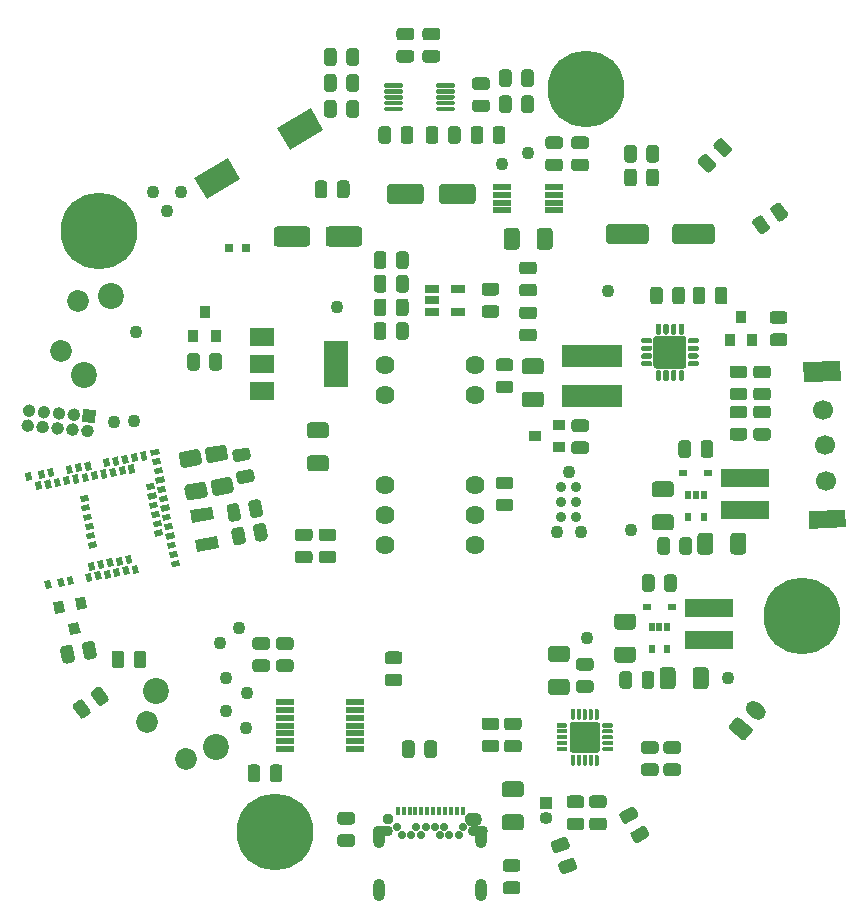
<source format=gbr>
%TF.GenerationSoftware,KiCad,Pcbnew,5.1.6+dfsg1-1*%
%TF.CreationDate,2020-08-08T17:15:22+09:00*%
%TF.ProjectId,portable_spectro_sch,706f7274-6162-46c6-955f-737065637472,rev?*%
%TF.SameCoordinates,Original*%
%TF.FileFunction,Soldermask,Top*%
%TF.FilePolarity,Negative*%
%FSLAX46Y46*%
G04 Gerber Fmt 4.6, Leading zero omitted, Abs format (unit mm)*
G04 Created by KiCad (PCBNEW 5.1.6+dfsg1-1) date 2020-08-08 17:15:22*
%MOMM*%
%LPD*%
G01*
G04 APERTURE LIST*
%ADD10C,0.050000*%
%ADD11C,0.100000*%
%ADD12C,0.600000*%
%ADD13C,1.624000*%
%ADD14C,1.100000*%
%ADD15C,1.090600*%
%ADD16C,0.887400*%
%ADD17R,2.100000X1.600000*%
%ADD18R,2.100000X3.900000*%
%ADD19R,1.100000X1.100000*%
%ADD20O,1.100000X1.100000*%
%ADD21O,1.000000X1.900000*%
%ADD22C,0.950000*%
%ADD23O,1.700000X0.900000*%
%ADD24R,0.420000X0.800000*%
%ADD25C,0.700000*%
%ADD26C,0.900000*%
%ADD27C,6.500000*%
%ADD28C,2.200000*%
%ADD29C,1.850000*%
%ADD30C,1.700000*%
%ADD31R,0.700000X0.550000*%
%ADD32R,0.900000X1.000000*%
%ADD33R,1.160000X0.750000*%
%ADD34R,0.500000X0.750000*%
%ADD35R,1.550000X0.550000*%
%ADD36R,4.100000X1.600000*%
%ADD37R,5.100000X1.900000*%
%ADD38R,0.700000X0.800000*%
%ADD39R,1.000000X0.900000*%
G04 APERTURE END LIST*
D10*
%TO.C,J4*%
G36*
X224160000Y-101985000D02*
G01*
X224460000Y-101985000D01*
X224514877Y-101987876D01*
X224569154Y-101996473D01*
X224622234Y-102010695D01*
X224673537Y-102030389D01*
X224722500Y-102055337D01*
X224768587Y-102085266D01*
X224811294Y-102119849D01*
X224850151Y-102158706D01*
X224884734Y-102201413D01*
X224914663Y-102247500D01*
X224939611Y-102296463D01*
X224959305Y-102347766D01*
X224973527Y-102400846D01*
X224982124Y-102455123D01*
X224985000Y-102510000D01*
X224982124Y-102564877D01*
X224973527Y-102619154D01*
X224959305Y-102672234D01*
X224939611Y-102723537D01*
X224914663Y-102772500D01*
X224884734Y-102818587D01*
X224850151Y-102861294D01*
X224811294Y-102900151D01*
X224768587Y-102934734D01*
X224722500Y-102964663D01*
X224673537Y-102989611D01*
X224622234Y-103009305D01*
X224569154Y-103023527D01*
X224514877Y-103032124D01*
X224460000Y-103035000D01*
X224160000Y-103035000D01*
X224105123Y-103032124D01*
X224050846Y-103023527D01*
X223997766Y-103009305D01*
X223946463Y-102989611D01*
X223897500Y-102964663D01*
X223851413Y-102934734D01*
X223808706Y-102900151D01*
X223769849Y-102861294D01*
X223735266Y-102818587D01*
X223705337Y-102772500D01*
X223680389Y-102723537D01*
X223660695Y-102672234D01*
X223646473Y-102619154D01*
X223637876Y-102564877D01*
X223635000Y-102510000D01*
X223637876Y-102455123D01*
X223646473Y-102400846D01*
X223660695Y-102347766D01*
X223680389Y-102296463D01*
X223705337Y-102247500D01*
X223735266Y-102201413D01*
X223769849Y-102158706D01*
X223808706Y-102119849D01*
X223851413Y-102085266D01*
X223897500Y-102055337D01*
X223946463Y-102030389D01*
X223997766Y-102010695D01*
X224050846Y-101996473D01*
X224105123Y-101987876D01*
X224160000Y-101985000D01*
G37*
X224160000Y-101985000D02*
X224460000Y-101985000D01*
X224514877Y-101987876D01*
X224569154Y-101996473D01*
X224622234Y-102010695D01*
X224673537Y-102030389D01*
X224722500Y-102055337D01*
X224768587Y-102085266D01*
X224811294Y-102119849D01*
X224850151Y-102158706D01*
X224884734Y-102201413D01*
X224914663Y-102247500D01*
X224939611Y-102296463D01*
X224959305Y-102347766D01*
X224973527Y-102400846D01*
X224982124Y-102455123D01*
X224985000Y-102510000D01*
X224982124Y-102564877D01*
X224973527Y-102619154D01*
X224959305Y-102672234D01*
X224939611Y-102723537D01*
X224914663Y-102772500D01*
X224884734Y-102818587D01*
X224850151Y-102861294D01*
X224811294Y-102900151D01*
X224768587Y-102934734D01*
X224722500Y-102964663D01*
X224673537Y-102989611D01*
X224622234Y-103009305D01*
X224569154Y-103023527D01*
X224514877Y-103032124D01*
X224460000Y-103035000D01*
X224160000Y-103035000D01*
X224105123Y-103032124D01*
X224050846Y-103023527D01*
X223997766Y-103009305D01*
X223946463Y-102989611D01*
X223897500Y-102964663D01*
X223851413Y-102934734D01*
X223808706Y-102900151D01*
X223769849Y-102861294D01*
X223735266Y-102818587D01*
X223705337Y-102772500D01*
X223680389Y-102723537D01*
X223660695Y-102672234D01*
X223646473Y-102619154D01*
X223637876Y-102564877D01*
X223635000Y-102510000D01*
X223637876Y-102455123D01*
X223646473Y-102400846D01*
X223660695Y-102347766D01*
X223680389Y-102296463D01*
X223705337Y-102247500D01*
X223735266Y-102201413D01*
X223769849Y-102158706D01*
X223808706Y-102119849D01*
X223851413Y-102085266D01*
X223897500Y-102055337D01*
X223946463Y-102030389D01*
X223997766Y-102010695D01*
X224050846Y-101996473D01*
X224105123Y-101987876D01*
X224160000Y-101985000D01*
%TD*%
D11*
%TO.C,J1*%
G36*
X191300029Y-67804157D02*
G01*
X192395843Y-67900029D01*
X192299971Y-68995843D01*
X191204157Y-68899971D01*
X191300029Y-67804157D01*
G37*
G36*
G01*
X191737248Y-69117260D02*
X191737248Y-69117260D01*
G75*
G02*
X192237219Y-69713103I-47936J-547907D01*
G01*
X192237219Y-69713103D01*
G75*
G02*
X191641376Y-70213074I-547907J47936D01*
G01*
X191641376Y-70213074D01*
G75*
G02*
X191141405Y-69617231I47936J547907D01*
G01*
X191141405Y-69617231D01*
G75*
G02*
X191737248Y-69117260I547907J-47936D01*
G01*
G37*
G36*
G01*
X190582769Y-67741405D02*
X190582769Y-67741405D01*
G75*
G02*
X191082740Y-68337248I-47936J-547907D01*
G01*
X191082740Y-68337248D01*
G75*
G02*
X190486897Y-68837219I-547907J47936D01*
G01*
X190486897Y-68837219D01*
G75*
G02*
X189986926Y-68241376I47936J547907D01*
G01*
X189986926Y-68241376D01*
G75*
G02*
X190582769Y-67741405I547907J-47936D01*
G01*
G37*
G36*
G01*
X190472081Y-69006572D02*
X190472081Y-69006572D01*
G75*
G02*
X190972052Y-69602415I-47936J-547907D01*
G01*
X190972052Y-69602415D01*
G75*
G02*
X190376209Y-70102386I-547907J47936D01*
G01*
X190376209Y-70102386D01*
G75*
G02*
X189876238Y-69506543I47936J547907D01*
G01*
X189876238Y-69506543D01*
G75*
G02*
X190472081Y-69006572I547907J-47936D01*
G01*
G37*
G36*
G01*
X189317600Y-67630717D02*
X189317600Y-67630717D01*
G75*
G02*
X189817571Y-68226560I-47936J-547907D01*
G01*
X189817571Y-68226560D01*
G75*
G02*
X189221728Y-68726531I-547907J47936D01*
G01*
X189221728Y-68726531D01*
G75*
G02*
X188721757Y-68130688I47936J547907D01*
G01*
X188721757Y-68130688D01*
G75*
G02*
X189317600Y-67630717I547907J-47936D01*
G01*
G37*
G36*
G01*
X189206914Y-68895885D02*
X189206914Y-68895885D01*
G75*
G02*
X189706885Y-69491728I-47936J-547907D01*
G01*
X189706885Y-69491728D01*
G75*
G02*
X189111042Y-69991699I-547907J47936D01*
G01*
X189111042Y-69991699D01*
G75*
G02*
X188611071Y-69395856I47936J547907D01*
G01*
X188611071Y-69395856D01*
G75*
G02*
X189206914Y-68895885I547907J-47936D01*
G01*
G37*
G36*
G01*
X188052434Y-67520030D02*
X188052434Y-67520030D01*
G75*
G02*
X188552405Y-68115873I-47936J-547907D01*
G01*
X188552405Y-68115873D01*
G75*
G02*
X187956562Y-68615844I-547907J47936D01*
G01*
X187956562Y-68615844D01*
G75*
G02*
X187456591Y-68020001I47936J547907D01*
G01*
X187456591Y-68020001D01*
G75*
G02*
X188052434Y-67520030I547907J-47936D01*
G01*
G37*
G36*
G01*
X187941746Y-68785197D02*
X187941746Y-68785197D01*
G75*
G02*
X188441717Y-69381040I-47936J-547907D01*
G01*
X188441717Y-69381040D01*
G75*
G02*
X187845874Y-69881011I-547907J47936D01*
G01*
X187845874Y-69881011D01*
G75*
G02*
X187345903Y-69285168I47936J547907D01*
G01*
X187345903Y-69285168D01*
G75*
G02*
X187941746Y-68785197I547907J-47936D01*
G01*
G37*
G36*
G01*
X186787267Y-67409342D02*
X186787267Y-67409342D01*
G75*
G02*
X187287238Y-68005185I-47936J-547907D01*
G01*
X187287238Y-68005185D01*
G75*
G02*
X186691395Y-68505156I-547907J47936D01*
G01*
X186691395Y-68505156D01*
G75*
G02*
X186191424Y-67909313I47936J547907D01*
G01*
X186191424Y-67909313D01*
G75*
G02*
X186787267Y-67409342I547907J-47936D01*
G01*
G37*
G36*
G01*
X186676579Y-68674509D02*
X186676579Y-68674509D01*
G75*
G02*
X187176550Y-69270352I-47936J-547907D01*
G01*
X187176550Y-69270352D01*
G75*
G02*
X186580707Y-69770323I-547907J47936D01*
G01*
X186580707Y-69770323D01*
G75*
G02*
X186080736Y-69174480I47936J547907D01*
G01*
X186080736Y-69174480D01*
G75*
G02*
X186676579Y-68674509I547907J-47936D01*
G01*
G37*
%TD*%
%TO.C,U15*%
G36*
G01*
X232500000Y-96640000D02*
X232500000Y-94560000D01*
G75*
G02*
X232760000Y-94300000I260000J0D01*
G01*
X234840000Y-94300000D01*
G75*
G02*
X235100000Y-94560000I0J-260000D01*
G01*
X235100000Y-96640000D01*
G75*
G02*
X234840000Y-96900000I-260000J0D01*
G01*
X232760000Y-96900000D01*
G75*
G02*
X232500000Y-96640000I0J260000D01*
G01*
G37*
G36*
G01*
X231400000Y-94687500D02*
X231400000Y-94512500D01*
G75*
G02*
X231487500Y-94425000I87500J0D01*
G01*
X232237500Y-94425000D01*
G75*
G02*
X232325000Y-94512500I0J-87500D01*
G01*
X232325000Y-94687500D01*
G75*
G02*
X232237500Y-94775000I-87500J0D01*
G01*
X231487500Y-94775000D01*
G75*
G02*
X231400000Y-94687500I0J87500D01*
G01*
G37*
G36*
G01*
X231400000Y-95187500D02*
X231400000Y-95012500D01*
G75*
G02*
X231487500Y-94925000I87500J0D01*
G01*
X232237500Y-94925000D01*
G75*
G02*
X232325000Y-95012500I0J-87500D01*
G01*
X232325000Y-95187500D01*
G75*
G02*
X232237500Y-95275000I-87500J0D01*
G01*
X231487500Y-95275000D01*
G75*
G02*
X231400000Y-95187500I0J87500D01*
G01*
G37*
G36*
G01*
X231400000Y-95687500D02*
X231400000Y-95512500D01*
G75*
G02*
X231487500Y-95425000I87500J0D01*
G01*
X232237500Y-95425000D01*
G75*
G02*
X232325000Y-95512500I0J-87500D01*
G01*
X232325000Y-95687500D01*
G75*
G02*
X232237500Y-95775000I-87500J0D01*
G01*
X231487500Y-95775000D01*
G75*
G02*
X231400000Y-95687500I0J87500D01*
G01*
G37*
G36*
G01*
X231400000Y-96187500D02*
X231400000Y-96012500D01*
G75*
G02*
X231487500Y-95925000I87500J0D01*
G01*
X232237500Y-95925000D01*
G75*
G02*
X232325000Y-96012500I0J-87500D01*
G01*
X232325000Y-96187500D01*
G75*
G02*
X232237500Y-96275000I-87500J0D01*
G01*
X231487500Y-96275000D01*
G75*
G02*
X231400000Y-96187500I0J87500D01*
G01*
G37*
G36*
G01*
X231400000Y-96687500D02*
X231400000Y-96512500D01*
G75*
G02*
X231487500Y-96425000I87500J0D01*
G01*
X232237500Y-96425000D01*
G75*
G02*
X232325000Y-96512500I0J-87500D01*
G01*
X232325000Y-96687500D01*
G75*
G02*
X232237500Y-96775000I-87500J0D01*
G01*
X231487500Y-96775000D01*
G75*
G02*
X231400000Y-96687500I0J87500D01*
G01*
G37*
G36*
G01*
X232625000Y-97912500D02*
X232625000Y-97162500D01*
G75*
G02*
X232712500Y-97075000I87500J0D01*
G01*
X232887500Y-97075000D01*
G75*
G02*
X232975000Y-97162500I0J-87500D01*
G01*
X232975000Y-97912500D01*
G75*
G02*
X232887500Y-98000000I-87500J0D01*
G01*
X232712500Y-98000000D01*
G75*
G02*
X232625000Y-97912500I0J87500D01*
G01*
G37*
G36*
G01*
X233125000Y-97912500D02*
X233125000Y-97162500D01*
G75*
G02*
X233212500Y-97075000I87500J0D01*
G01*
X233387500Y-97075000D01*
G75*
G02*
X233475000Y-97162500I0J-87500D01*
G01*
X233475000Y-97912500D01*
G75*
G02*
X233387500Y-98000000I-87500J0D01*
G01*
X233212500Y-98000000D01*
G75*
G02*
X233125000Y-97912500I0J87500D01*
G01*
G37*
G36*
G01*
X233625000Y-97912500D02*
X233625000Y-97162500D01*
G75*
G02*
X233712500Y-97075000I87500J0D01*
G01*
X233887500Y-97075000D01*
G75*
G02*
X233975000Y-97162500I0J-87500D01*
G01*
X233975000Y-97912500D01*
G75*
G02*
X233887500Y-98000000I-87500J0D01*
G01*
X233712500Y-98000000D01*
G75*
G02*
X233625000Y-97912500I0J87500D01*
G01*
G37*
G36*
G01*
X234125000Y-97912500D02*
X234125000Y-97162500D01*
G75*
G02*
X234212500Y-97075000I87500J0D01*
G01*
X234387500Y-97075000D01*
G75*
G02*
X234475000Y-97162500I0J-87500D01*
G01*
X234475000Y-97912500D01*
G75*
G02*
X234387500Y-98000000I-87500J0D01*
G01*
X234212500Y-98000000D01*
G75*
G02*
X234125000Y-97912500I0J87500D01*
G01*
G37*
G36*
G01*
X234625000Y-97912500D02*
X234625000Y-97162500D01*
G75*
G02*
X234712500Y-97075000I87500J0D01*
G01*
X234887500Y-97075000D01*
G75*
G02*
X234975000Y-97162500I0J-87500D01*
G01*
X234975000Y-97912500D01*
G75*
G02*
X234887500Y-98000000I-87500J0D01*
G01*
X234712500Y-98000000D01*
G75*
G02*
X234625000Y-97912500I0J87500D01*
G01*
G37*
G36*
G01*
X235275000Y-96687500D02*
X235275000Y-96512500D01*
G75*
G02*
X235362500Y-96425000I87500J0D01*
G01*
X236112500Y-96425000D01*
G75*
G02*
X236200000Y-96512500I0J-87500D01*
G01*
X236200000Y-96687500D01*
G75*
G02*
X236112500Y-96775000I-87500J0D01*
G01*
X235362500Y-96775000D01*
G75*
G02*
X235275000Y-96687500I0J87500D01*
G01*
G37*
G36*
G01*
X235275000Y-96187500D02*
X235275000Y-96012500D01*
G75*
G02*
X235362500Y-95925000I87500J0D01*
G01*
X236112500Y-95925000D01*
G75*
G02*
X236200000Y-96012500I0J-87500D01*
G01*
X236200000Y-96187500D01*
G75*
G02*
X236112500Y-96275000I-87500J0D01*
G01*
X235362500Y-96275000D01*
G75*
G02*
X235275000Y-96187500I0J87500D01*
G01*
G37*
G36*
G01*
X235275000Y-95687500D02*
X235275000Y-95512500D01*
G75*
G02*
X235362500Y-95425000I87500J0D01*
G01*
X236112500Y-95425000D01*
G75*
G02*
X236200000Y-95512500I0J-87500D01*
G01*
X236200000Y-95687500D01*
G75*
G02*
X236112500Y-95775000I-87500J0D01*
G01*
X235362500Y-95775000D01*
G75*
G02*
X235275000Y-95687500I0J87500D01*
G01*
G37*
G36*
G01*
X235275000Y-95187500D02*
X235275000Y-95012500D01*
G75*
G02*
X235362500Y-94925000I87500J0D01*
G01*
X236112500Y-94925000D01*
G75*
G02*
X236200000Y-95012500I0J-87500D01*
G01*
X236200000Y-95187500D01*
G75*
G02*
X236112500Y-95275000I-87500J0D01*
G01*
X235362500Y-95275000D01*
G75*
G02*
X235275000Y-95187500I0J87500D01*
G01*
G37*
G36*
G01*
X235275000Y-94687500D02*
X235275000Y-94512500D01*
G75*
G02*
X235362500Y-94425000I87500J0D01*
G01*
X236112500Y-94425000D01*
G75*
G02*
X236200000Y-94512500I0J-87500D01*
G01*
X236200000Y-94687500D01*
G75*
G02*
X236112500Y-94775000I-87500J0D01*
G01*
X235362500Y-94775000D01*
G75*
G02*
X235275000Y-94687500I0J87500D01*
G01*
G37*
G36*
G01*
X234625000Y-94037500D02*
X234625000Y-93287500D01*
G75*
G02*
X234712500Y-93200000I87500J0D01*
G01*
X234887500Y-93200000D01*
G75*
G02*
X234975000Y-93287500I0J-87500D01*
G01*
X234975000Y-94037500D01*
G75*
G02*
X234887500Y-94125000I-87500J0D01*
G01*
X234712500Y-94125000D01*
G75*
G02*
X234625000Y-94037500I0J87500D01*
G01*
G37*
G36*
G01*
X234125000Y-94037500D02*
X234125000Y-93287500D01*
G75*
G02*
X234212500Y-93200000I87500J0D01*
G01*
X234387500Y-93200000D01*
G75*
G02*
X234475000Y-93287500I0J-87500D01*
G01*
X234475000Y-94037500D01*
G75*
G02*
X234387500Y-94125000I-87500J0D01*
G01*
X234212500Y-94125000D01*
G75*
G02*
X234125000Y-94037500I0J87500D01*
G01*
G37*
G36*
G01*
X233625000Y-94037500D02*
X233625000Y-93287500D01*
G75*
G02*
X233712500Y-93200000I87500J0D01*
G01*
X233887500Y-93200000D01*
G75*
G02*
X233975000Y-93287500I0J-87500D01*
G01*
X233975000Y-94037500D01*
G75*
G02*
X233887500Y-94125000I-87500J0D01*
G01*
X233712500Y-94125000D01*
G75*
G02*
X233625000Y-94037500I0J87500D01*
G01*
G37*
G36*
G01*
X233125000Y-94037500D02*
X233125000Y-93287500D01*
G75*
G02*
X233212500Y-93200000I87500J0D01*
G01*
X233387500Y-93200000D01*
G75*
G02*
X233475000Y-93287500I0J-87500D01*
G01*
X233475000Y-94037500D01*
G75*
G02*
X233387500Y-94125000I-87500J0D01*
G01*
X233212500Y-94125000D01*
G75*
G02*
X233125000Y-94037500I0J87500D01*
G01*
G37*
G36*
G01*
X232625000Y-94037500D02*
X232625000Y-93287500D01*
G75*
G02*
X232712500Y-93200000I87500J0D01*
G01*
X232887500Y-93200000D01*
G75*
G02*
X232975000Y-93287500I0J-87500D01*
G01*
X232975000Y-94037500D01*
G75*
G02*
X232887500Y-94125000I-87500J0D01*
G01*
X232712500Y-94125000D01*
G75*
G02*
X232625000Y-94037500I0J87500D01*
G01*
G37*
D12*
X232800000Y-94600000D03*
X233800000Y-95600000D03*
X233800000Y-94600000D03*
X234800000Y-94600000D03*
X234800000Y-95600000D03*
X232800000Y-95600000D03*
X232800000Y-96600000D03*
X233800000Y-96600000D03*
X234800000Y-96600000D03*
%TD*%
D13*
%TO.C,U4*%
X224520000Y-66580000D03*
X224520000Y-64040000D03*
X224520000Y-74200000D03*
X224520000Y-76740000D03*
X224520000Y-79280000D03*
X216900000Y-79280000D03*
X216900000Y-76740000D03*
X216900000Y-74200000D03*
X216900000Y-66580000D03*
X216900000Y-64040000D03*
%TD*%
D14*
%TO.C,TP10*%
X205180000Y-91890000D03*
%TD*%
%TO.C,R31*%
G36*
G01*
X208881250Y-88200000D02*
X207918750Y-88200000D01*
G75*
G02*
X207650000Y-87931250I0J268750D01*
G01*
X207650000Y-87393750D01*
G75*
G02*
X207918750Y-87125000I268750J0D01*
G01*
X208881250Y-87125000D01*
G75*
G02*
X209150000Y-87393750I0J-268750D01*
G01*
X209150000Y-87931250D01*
G75*
G02*
X208881250Y-88200000I-268750J0D01*
G01*
G37*
G36*
G01*
X208881250Y-90075000D02*
X207918750Y-90075000D01*
G75*
G02*
X207650000Y-89806250I0J268750D01*
G01*
X207650000Y-89268750D01*
G75*
G02*
X207918750Y-89000000I268750J0D01*
G01*
X208881250Y-89000000D01*
G75*
G02*
X209150000Y-89268750I0J-268750D01*
G01*
X209150000Y-89806250D01*
G75*
G02*
X208881250Y-90075000I-268750J0D01*
G01*
G37*
%TD*%
%TO.C,C29*%
G36*
G01*
X205294480Y-72122509D02*
X204346602Y-72289645D01*
G75*
G02*
X204035267Y-72071646I-46668J264667D01*
G01*
X203941931Y-71542312D01*
G75*
G02*
X204159930Y-71230977I264667J46668D01*
G01*
X205107808Y-71063841D01*
G75*
G02*
X205419143Y-71281840I46668J-264667D01*
G01*
X205512479Y-71811174D01*
G75*
G02*
X205294480Y-72122509I-264667J-46668D01*
G01*
G37*
G36*
G01*
X205620070Y-73969023D02*
X204672192Y-74136159D01*
G75*
G02*
X204360857Y-73918160I-46668J264667D01*
G01*
X204267521Y-73388826D01*
G75*
G02*
X204485520Y-73077491I264667J46668D01*
G01*
X205433398Y-72910355D01*
G75*
G02*
X205744733Y-73128354I46668J-264667D01*
G01*
X205838069Y-73657688D01*
G75*
G02*
X205620070Y-73969023I-264667J-46668D01*
G01*
G37*
%TD*%
D15*
%TO.C,J2*%
X233436000Y-78230000D03*
X231404000Y-78230000D03*
X232420000Y-73150000D03*
D16*
X231785000Y-74420000D03*
X233055000Y-74420000D03*
X231785000Y-75690000D03*
X233055000Y-75690000D03*
X231785000Y-76960000D03*
X233055000Y-76960000D03*
%TD*%
D17*
%TO.C,U13*%
X206450000Y-61700000D03*
X206450000Y-66300000D03*
X206450000Y-64000000D03*
D18*
X212750000Y-64000000D03*
%TD*%
D11*
%TO.C,BZ1*%
G36*
X201812078Y-50061494D02*
G01*
X200730498Y-48261443D01*
X203559150Y-46561818D01*
X204640730Y-48361869D01*
X201812078Y-50061494D01*
G37*
G36*
X208840850Y-45838182D02*
G01*
X207759270Y-44038131D01*
X210587922Y-42338506D01*
X211669502Y-44138557D01*
X208840850Y-45838182D01*
G37*
%TD*%
%TO.C,C30*%
G36*
G01*
X227045000Y-102125000D02*
X228355000Y-102125000D01*
G75*
G02*
X228625000Y-102395000I0J-270000D01*
G01*
X228625000Y-103205000D01*
G75*
G02*
X228355000Y-103475000I-270000J0D01*
G01*
X227045000Y-103475000D01*
G75*
G02*
X226775000Y-103205000I0J270000D01*
G01*
X226775000Y-102395000D01*
G75*
G02*
X227045000Y-102125000I270000J0D01*
G01*
G37*
G36*
G01*
X227045000Y-99325000D02*
X228355000Y-99325000D01*
G75*
G02*
X228625000Y-99595000I0J-270000D01*
G01*
X228625000Y-100405000D01*
G75*
G02*
X228355000Y-100675000I-270000J0D01*
G01*
X227045000Y-100675000D01*
G75*
G02*
X226775000Y-100405000I0J270000D01*
G01*
X226775000Y-99595000D01*
G75*
G02*
X227045000Y-99325000I270000J0D01*
G01*
G37*
%TD*%
%TO.C,D16*%
G36*
G01*
X237783225Y-103587035D02*
X238616775Y-103105786D01*
G75*
G02*
X238983894Y-103204155I134375J-232744D01*
G01*
X239252644Y-103669643D01*
G75*
G02*
X239154275Y-104036762I-232744J-134375D01*
G01*
X238320725Y-104518012D01*
G75*
G02*
X237953606Y-104419643I-134375J232744D01*
G01*
X237684856Y-103954155D01*
G75*
G02*
X237783225Y-103587036I232744J134375D01*
G01*
G37*
G36*
G01*
X236845725Y-101963237D02*
X237679275Y-101481988D01*
G75*
G02*
X238046394Y-101580357I134375J-232744D01*
G01*
X238315144Y-102045845D01*
G75*
G02*
X238216775Y-102412964I-232744J-134375D01*
G01*
X237383225Y-102894214D01*
G75*
G02*
X237016106Y-102795845I-134375J232744D01*
G01*
X236747356Y-102330357D01*
G75*
G02*
X236845725Y-101963238I232744J134375D01*
G01*
G37*
%TD*%
D19*
%TO.C,J5*%
X230500000Y-101200000D03*
D20*
X230500000Y-102470000D03*
%TD*%
D21*
%TO.C,J4*%
X216380000Y-104010000D03*
D22*
X217110000Y-102510000D03*
D21*
X225040000Y-104010000D03*
D23*
X224715000Y-103510000D03*
D22*
X224310000Y-102510000D03*
D24*
X217960000Y-101850000D03*
X218460000Y-101850000D03*
X218960000Y-101850000D03*
X219460000Y-101850000D03*
X219960000Y-101850000D03*
X220460000Y-101850000D03*
X220960000Y-101850000D03*
X221460000Y-101850000D03*
X221960000Y-101850000D03*
X222460000Y-101850000D03*
X222960000Y-101850000D03*
X223460000Y-101850000D03*
D25*
X220310000Y-103160000D03*
D23*
X216705000Y-103510000D03*
D25*
X219510000Y-103160000D03*
X217910000Y-103160000D03*
X221110000Y-103160000D03*
X221910000Y-103160000D03*
X223510000Y-103160000D03*
X219910000Y-103860000D03*
X219110000Y-103860000D03*
X218310000Y-103860000D03*
X221510000Y-103860000D03*
X222310000Y-103860000D03*
X223110000Y-103860000D03*
D21*
X216380000Y-108510000D03*
X225040000Y-108510000D03*
%TD*%
D26*
%TO.C,REF\u002A\u002A*%
X235597056Y-38972944D03*
X233900000Y-38270000D03*
X232202944Y-38972944D03*
X231500000Y-40670000D03*
X232202944Y-42367056D03*
X233900000Y-43070000D03*
X235597056Y-42367056D03*
X236300000Y-40670000D03*
D27*
X233900000Y-40670000D03*
%TD*%
D28*
%TO.C,SW2*%
X197485579Y-91650619D03*
D29*
X196708908Y-94331007D03*
X200000000Y-97400000D03*
D28*
X202612368Y-96431427D03*
%TD*%
D14*
%TO.C,TP14*%
X202870000Y-87650000D03*
%TD*%
D11*
%TO.C,SW3*%
G36*
X252742892Y-76440744D02*
G01*
X255841003Y-76332556D01*
X255893352Y-77831642D01*
X252795241Y-77939830D01*
X252742892Y-76440744D01*
G37*
G36*
X252303158Y-63848419D02*
G01*
X255401269Y-63740231D01*
X255460598Y-65439195D01*
X252362487Y-65547383D01*
X252303158Y-63848419D01*
G37*
D30*
X254204698Y-73888172D03*
X254100000Y-70890000D03*
X253995302Y-67891828D03*
%TD*%
D27*
%TO.C,REF\u002A\u002A*%
X192650000Y-52720000D03*
D26*
X195050000Y-52720000D03*
X194347056Y-54417056D03*
X192650000Y-55120000D03*
X190952944Y-54417056D03*
X190250000Y-52720000D03*
X190952944Y-51022944D03*
X192650000Y-50320000D03*
X194347056Y-51022944D03*
%TD*%
D27*
%TO.C,REF\u002A\u002A*%
X207530000Y-103650000D03*
D26*
X209930000Y-103650000D03*
X209227056Y-105347056D03*
X207530000Y-106050000D03*
X205832944Y-105347056D03*
X205130000Y-103650000D03*
X205832944Y-101952944D03*
X207530000Y-101250000D03*
X209227056Y-101952944D03*
%TD*%
%TO.C,REF\u002A\u002A*%
X253907056Y-83632944D03*
X252210000Y-82930000D03*
X250512944Y-83632944D03*
X249810000Y-85330000D03*
X250512944Y-87027056D03*
X252210000Y-87730000D03*
X253907056Y-87027056D03*
X254610000Y-85330000D03*
D27*
X252210000Y-85330000D03*
%TD*%
%TO.C,C1*%
G36*
G01*
X225318750Y-59000000D02*
X226281250Y-59000000D01*
G75*
G02*
X226550000Y-59268750I0J-268750D01*
G01*
X226550000Y-59806250D01*
G75*
G02*
X226281250Y-60075000I-268750J0D01*
G01*
X225318750Y-60075000D01*
G75*
G02*
X225050000Y-59806250I0J268750D01*
G01*
X225050000Y-59268750D01*
G75*
G02*
X225318750Y-59000000I268750J0D01*
G01*
G37*
G36*
G01*
X225318750Y-57125000D02*
X226281250Y-57125000D01*
G75*
G02*
X226550000Y-57393750I0J-268750D01*
G01*
X226550000Y-57931250D01*
G75*
G02*
X226281250Y-58200000I-268750J0D01*
G01*
X225318750Y-58200000D01*
G75*
G02*
X225050000Y-57931250I0J268750D01*
G01*
X225050000Y-57393750D01*
G75*
G02*
X225318750Y-57125000I268750J0D01*
G01*
G37*
%TD*%
%TO.C,C2*%
G36*
G01*
X223275000Y-44118750D02*
X223275000Y-45081250D01*
G75*
G02*
X223006250Y-45350000I-268750J0D01*
G01*
X222468750Y-45350000D01*
G75*
G02*
X222200000Y-45081250I0J268750D01*
G01*
X222200000Y-44118750D01*
G75*
G02*
X222468750Y-43850000I268750J0D01*
G01*
X223006250Y-43850000D01*
G75*
G02*
X223275000Y-44118750I0J-268750D01*
G01*
G37*
G36*
G01*
X221400000Y-44118750D02*
X221400000Y-45081250D01*
G75*
G02*
X221131250Y-45350000I-268750J0D01*
G01*
X220593750Y-45350000D01*
G75*
G02*
X220325000Y-45081250I0J268750D01*
G01*
X220325000Y-44118750D01*
G75*
G02*
X220593750Y-43850000I268750J0D01*
G01*
X221131250Y-43850000D01*
G75*
G02*
X221400000Y-44118750I0J-268750D01*
G01*
G37*
%TD*%
%TO.C,C3*%
G36*
G01*
X226518750Y-63525000D02*
X227481250Y-63525000D01*
G75*
G02*
X227750000Y-63793750I0J-268750D01*
G01*
X227750000Y-64331250D01*
G75*
G02*
X227481250Y-64600000I-268750J0D01*
G01*
X226518750Y-64600000D01*
G75*
G02*
X226250000Y-64331250I0J268750D01*
G01*
X226250000Y-63793750D01*
G75*
G02*
X226518750Y-63525000I268750J0D01*
G01*
G37*
G36*
G01*
X226518750Y-65400000D02*
X227481250Y-65400000D01*
G75*
G02*
X227750000Y-65668750I0J-268750D01*
G01*
X227750000Y-66206250D01*
G75*
G02*
X227481250Y-66475000I-268750J0D01*
G01*
X226518750Y-66475000D01*
G75*
G02*
X226250000Y-66206250I0J268750D01*
G01*
X226250000Y-65668750D01*
G75*
G02*
X226518750Y-65400000I268750J0D01*
G01*
G37*
%TD*%
%TO.C,C4*%
G36*
G01*
X228745000Y-66325000D02*
X230055000Y-66325000D01*
G75*
G02*
X230325000Y-66595000I0J-270000D01*
G01*
X230325000Y-67405000D01*
G75*
G02*
X230055000Y-67675000I-270000J0D01*
G01*
X228745000Y-67675000D01*
G75*
G02*
X228475000Y-67405000I0J270000D01*
G01*
X228475000Y-66595000D01*
G75*
G02*
X228745000Y-66325000I270000J0D01*
G01*
G37*
G36*
G01*
X228745000Y-63525000D02*
X230055000Y-63525000D01*
G75*
G02*
X230325000Y-63795000I0J-270000D01*
G01*
X230325000Y-64605000D01*
G75*
G02*
X230055000Y-64875000I-270000J0D01*
G01*
X228745000Y-64875000D01*
G75*
G02*
X228475000Y-64605000I0J270000D01*
G01*
X228475000Y-63795000D01*
G75*
G02*
X228745000Y-63525000I270000J0D01*
G01*
G37*
%TD*%
%TO.C,C5*%
G36*
G01*
X227481250Y-76475000D02*
X226518750Y-76475000D01*
G75*
G02*
X226250000Y-76206250I0J268750D01*
G01*
X226250000Y-75668750D01*
G75*
G02*
X226518750Y-75400000I268750J0D01*
G01*
X227481250Y-75400000D01*
G75*
G02*
X227750000Y-75668750I0J-268750D01*
G01*
X227750000Y-76206250D01*
G75*
G02*
X227481250Y-76475000I-268750J0D01*
G01*
G37*
G36*
G01*
X227481250Y-74600000D02*
X226518750Y-74600000D01*
G75*
G02*
X226250000Y-74331250I0J268750D01*
G01*
X226250000Y-73793750D01*
G75*
G02*
X226518750Y-73525000I268750J0D01*
G01*
X227481250Y-73525000D01*
G75*
G02*
X227750000Y-73793750I0J-268750D01*
G01*
X227750000Y-74331250D01*
G75*
G02*
X227481250Y-74600000I-268750J0D01*
G01*
G37*
%TD*%
%TO.C,C6*%
G36*
G01*
X247475000Y-78545000D02*
X247475000Y-79855000D01*
G75*
G02*
X247205000Y-80125000I-270000J0D01*
G01*
X246395000Y-80125000D01*
G75*
G02*
X246125000Y-79855000I0J270000D01*
G01*
X246125000Y-78545000D01*
G75*
G02*
X246395000Y-78275000I270000J0D01*
G01*
X247205000Y-78275000D01*
G75*
G02*
X247475000Y-78545000I0J-270000D01*
G01*
G37*
G36*
G01*
X244675000Y-78545000D02*
X244675000Y-79855000D01*
G75*
G02*
X244405000Y-80125000I-270000J0D01*
G01*
X243595000Y-80125000D01*
G75*
G02*
X243325000Y-79855000I0J270000D01*
G01*
X243325000Y-78545000D01*
G75*
G02*
X243595000Y-78275000I270000J0D01*
G01*
X244405000Y-78275000D01*
G75*
G02*
X244675000Y-78545000I0J-270000D01*
G01*
G37*
%TD*%
%TO.C,C7*%
G36*
G01*
X243600000Y-71681250D02*
X243600000Y-70718750D01*
G75*
G02*
X243868750Y-70450000I268750J0D01*
G01*
X244406250Y-70450000D01*
G75*
G02*
X244675000Y-70718750I0J-268750D01*
G01*
X244675000Y-71681250D01*
G75*
G02*
X244406250Y-71950000I-268750J0D01*
G01*
X243868750Y-71950000D01*
G75*
G02*
X243600000Y-71681250I0J268750D01*
G01*
G37*
G36*
G01*
X241725000Y-71681250D02*
X241725000Y-70718750D01*
G75*
G02*
X241993750Y-70450000I268750J0D01*
G01*
X242531250Y-70450000D01*
G75*
G02*
X242800000Y-70718750I0J-268750D01*
G01*
X242800000Y-71681250D01*
G75*
G02*
X242531250Y-71950000I-268750J0D01*
G01*
X241993750Y-71950000D01*
G75*
G02*
X241725000Y-71681250I0J268750D01*
G01*
G37*
%TD*%
%TO.C,C8*%
G36*
G01*
X217400000Y-44118750D02*
X217400000Y-45081250D01*
G75*
G02*
X217131250Y-45350000I-268750J0D01*
G01*
X216593750Y-45350000D01*
G75*
G02*
X216325000Y-45081250I0J268750D01*
G01*
X216325000Y-44118750D01*
G75*
G02*
X216593750Y-43850000I268750J0D01*
G01*
X217131250Y-43850000D01*
G75*
G02*
X217400000Y-44118750I0J-268750D01*
G01*
G37*
G36*
G01*
X219275000Y-44118750D02*
X219275000Y-45081250D01*
G75*
G02*
X219006250Y-45350000I-268750J0D01*
G01*
X218468750Y-45350000D01*
G75*
G02*
X218200000Y-45081250I0J268750D01*
G01*
X218200000Y-44118750D01*
G75*
G02*
X218468750Y-43850000I268750J0D01*
G01*
X219006250Y-43850000D01*
G75*
G02*
X219275000Y-44118750I0J-268750D01*
G01*
G37*
%TD*%
%TO.C,C9*%
G36*
G01*
X220150000Y-49015625D02*
X220150000Y-50184375D01*
G75*
G02*
X219884375Y-50450000I-265625J0D01*
G01*
X217315625Y-50450000D01*
G75*
G02*
X217050000Y-50184375I0J265625D01*
G01*
X217050000Y-49015625D01*
G75*
G02*
X217315625Y-48750000I265625J0D01*
G01*
X219884375Y-48750000D01*
G75*
G02*
X220150000Y-49015625I0J-265625D01*
G01*
G37*
G36*
G01*
X224550000Y-49015625D02*
X224550000Y-50184375D01*
G75*
G02*
X224284375Y-50450000I-265625J0D01*
G01*
X221715625Y-50450000D01*
G75*
G02*
X221450000Y-50184375I0J265625D01*
G01*
X221450000Y-49015625D01*
G75*
G02*
X221715625Y-48750000I265625J0D01*
G01*
X224284375Y-48750000D01*
G75*
G02*
X224550000Y-49015625I0J-265625D01*
G01*
G37*
%TD*%
%TO.C,C10*%
G36*
G01*
X228275000Y-52745000D02*
X228275000Y-54055000D01*
G75*
G02*
X228005000Y-54325000I-270000J0D01*
G01*
X227195000Y-54325000D01*
G75*
G02*
X226925000Y-54055000I0J270000D01*
G01*
X226925000Y-52745000D01*
G75*
G02*
X227195000Y-52475000I270000J0D01*
G01*
X228005000Y-52475000D01*
G75*
G02*
X228275000Y-52745000I0J-270000D01*
G01*
G37*
G36*
G01*
X231075000Y-52745000D02*
X231075000Y-54055000D01*
G75*
G02*
X230805000Y-54325000I-270000J0D01*
G01*
X229995000Y-54325000D01*
G75*
G02*
X229725000Y-54055000I0J270000D01*
G01*
X229725000Y-52745000D01*
G75*
G02*
X229995000Y-52475000I270000J0D01*
G01*
X230805000Y-52475000D01*
G75*
G02*
X231075000Y-52745000I0J-270000D01*
G01*
G37*
%TD*%
%TO.C,C11*%
G36*
G01*
X217800000Y-57681250D02*
X217800000Y-56718750D01*
G75*
G02*
X218068750Y-56450000I268750J0D01*
G01*
X218606250Y-56450000D01*
G75*
G02*
X218875000Y-56718750I0J-268750D01*
G01*
X218875000Y-57681250D01*
G75*
G02*
X218606250Y-57950000I-268750J0D01*
G01*
X218068750Y-57950000D01*
G75*
G02*
X217800000Y-57681250I0J268750D01*
G01*
G37*
G36*
G01*
X215925000Y-57681250D02*
X215925000Y-56718750D01*
G75*
G02*
X216193750Y-56450000I268750J0D01*
G01*
X216731250Y-56450000D01*
G75*
G02*
X217000000Y-56718750I0J-268750D01*
G01*
X217000000Y-57681250D01*
G75*
G02*
X216731250Y-57950000I-268750J0D01*
G01*
X216193750Y-57950000D01*
G75*
G02*
X215925000Y-57681250I0J268750D01*
G01*
G37*
%TD*%
%TO.C,C12*%
G36*
G01*
X224518750Y-41600000D02*
X225481250Y-41600000D01*
G75*
G02*
X225750000Y-41868750I0J-268750D01*
G01*
X225750000Y-42406250D01*
G75*
G02*
X225481250Y-42675000I-268750J0D01*
G01*
X224518750Y-42675000D01*
G75*
G02*
X224250000Y-42406250I0J268750D01*
G01*
X224250000Y-41868750D01*
G75*
G02*
X224518750Y-41600000I268750J0D01*
G01*
G37*
G36*
G01*
X224518750Y-39725000D02*
X225481250Y-39725000D01*
G75*
G02*
X225750000Y-39993750I0J-268750D01*
G01*
X225750000Y-40531250D01*
G75*
G02*
X225481250Y-40800000I-268750J0D01*
G01*
X224518750Y-40800000D01*
G75*
G02*
X224250000Y-40531250I0J268750D01*
G01*
X224250000Y-39993750D01*
G75*
G02*
X224518750Y-39725000I268750J0D01*
G01*
G37*
%TD*%
%TO.C,C13*%
G36*
G01*
X231681250Y-47675000D02*
X230718750Y-47675000D01*
G75*
G02*
X230450000Y-47406250I0J268750D01*
G01*
X230450000Y-46868750D01*
G75*
G02*
X230718750Y-46600000I268750J0D01*
G01*
X231681250Y-46600000D01*
G75*
G02*
X231950000Y-46868750I0J-268750D01*
G01*
X231950000Y-47406250D01*
G75*
G02*
X231681250Y-47675000I-268750J0D01*
G01*
G37*
G36*
G01*
X231681250Y-45800000D02*
X230718750Y-45800000D01*
G75*
G02*
X230450000Y-45531250I0J268750D01*
G01*
X230450000Y-44993750D01*
G75*
G02*
X230718750Y-44725000I268750J0D01*
G01*
X231681250Y-44725000D01*
G75*
G02*
X231950000Y-44993750I0J-268750D01*
G01*
X231950000Y-45531250D01*
G75*
G02*
X231681250Y-45800000I-268750J0D01*
G01*
G37*
%TD*%
%TO.C,C15*%
G36*
G01*
X206769023Y-77669930D02*
X206936159Y-78617808D01*
G75*
G02*
X206718160Y-78929143I-264667J-46668D01*
G01*
X206188826Y-79022479D01*
G75*
G02*
X205877491Y-78804480I-46668J264667D01*
G01*
X205710355Y-77856602D01*
G75*
G02*
X205928354Y-77545267I264667J46668D01*
G01*
X206457688Y-77451931D01*
G75*
G02*
X206769023Y-77669930I46668J-264667D01*
G01*
G37*
G36*
G01*
X204922509Y-77995520D02*
X205089645Y-78943398D01*
G75*
G02*
X204871646Y-79254733I-264667J-46668D01*
G01*
X204342312Y-79348069D01*
G75*
G02*
X204030977Y-79130070I-46668J264667D01*
G01*
X203863841Y-78182192D01*
G75*
G02*
X204081840Y-77870857I264667J46668D01*
G01*
X204611174Y-77777521D01*
G75*
G02*
X204922509Y-77995520I46668J-264667D01*
G01*
G37*
%TD*%
%TO.C,C16*%
G36*
G01*
X204522509Y-75995520D02*
X204689645Y-76943398D01*
G75*
G02*
X204471646Y-77254733I-264667J-46668D01*
G01*
X203942312Y-77348069D01*
G75*
G02*
X203630977Y-77130070I-46668J264667D01*
G01*
X203463841Y-76182192D01*
G75*
G02*
X203681840Y-75870857I264667J46668D01*
G01*
X204211174Y-75777521D01*
G75*
G02*
X204522509Y-75995520I46668J-264667D01*
G01*
G37*
G36*
G01*
X206369023Y-75669930D02*
X206536159Y-76617808D01*
G75*
G02*
X206318160Y-76929143I-264667J-46668D01*
G01*
X205788826Y-77022479D01*
G75*
G02*
X205477491Y-76804480I-46668J264667D01*
G01*
X205310355Y-75856602D01*
G75*
G02*
X205528354Y-75545267I264667J46668D01*
G01*
X206057688Y-75451931D01*
G75*
G02*
X206369023Y-75669930I46668J-264667D01*
G01*
G37*
%TD*%
%TO.C,C23*%
G36*
G01*
X206320000Y-98168750D02*
X206320000Y-99131250D01*
G75*
G02*
X206051250Y-99400000I-268750J0D01*
G01*
X205513750Y-99400000D01*
G75*
G02*
X205245000Y-99131250I0J268750D01*
G01*
X205245000Y-98168750D01*
G75*
G02*
X205513750Y-97900000I268750J0D01*
G01*
X206051250Y-97900000D01*
G75*
G02*
X206320000Y-98168750I0J-268750D01*
G01*
G37*
G36*
G01*
X208195000Y-98168750D02*
X208195000Y-99131250D01*
G75*
G02*
X207926250Y-99400000I-268750J0D01*
G01*
X207388750Y-99400000D01*
G75*
G02*
X207120000Y-99131250I0J268750D01*
G01*
X207120000Y-98168750D01*
G75*
G02*
X207388750Y-97900000I268750J0D01*
G01*
X207926250Y-97900000D01*
G75*
G02*
X208195000Y-98168750I0J-268750D01*
G01*
G37*
%TD*%
%TO.C,C24*%
G36*
G01*
X218081250Y-91275000D02*
X217118750Y-91275000D01*
G75*
G02*
X216850000Y-91006250I0J268750D01*
G01*
X216850000Y-90468750D01*
G75*
G02*
X217118750Y-90200000I268750J0D01*
G01*
X218081250Y-90200000D01*
G75*
G02*
X218350000Y-90468750I0J-268750D01*
G01*
X218350000Y-91006250D01*
G75*
G02*
X218081250Y-91275000I-268750J0D01*
G01*
G37*
G36*
G01*
X218081250Y-89400000D02*
X217118750Y-89400000D01*
G75*
G02*
X216850000Y-89131250I0J268750D01*
G01*
X216850000Y-88593750D01*
G75*
G02*
X217118750Y-88325000I268750J0D01*
G01*
X218081250Y-88325000D01*
G75*
G02*
X218350000Y-88593750I0J-268750D01*
G01*
X218350000Y-89131250D01*
G75*
G02*
X218081250Y-89400000I-268750J0D01*
G01*
G37*
%TD*%
%TO.C,C27*%
G36*
G01*
X203855369Y-74909737D02*
X202565270Y-75137216D01*
G75*
G02*
X202252487Y-74918203I-46885J265898D01*
G01*
X202111832Y-74120508D01*
G75*
G02*
X202330845Y-73807725I265898J46885D01*
G01*
X203620944Y-73580246D01*
G75*
G02*
X203933727Y-73799259I46885J-265898D01*
G01*
X204074382Y-74596954D01*
G75*
G02*
X203855369Y-74909737I-265898J-46885D01*
G01*
G37*
G36*
G01*
X203369155Y-72152275D02*
X202079056Y-72379754D01*
G75*
G02*
X201766273Y-72160741I-46885J265898D01*
G01*
X201625618Y-71363046D01*
G75*
G02*
X201844631Y-71050263I265898J46885D01*
G01*
X203134730Y-70822784D01*
G75*
G02*
X203447513Y-71041797I46885J-265898D01*
G01*
X203588168Y-71839492D01*
G75*
G02*
X203369155Y-72152275I-265898J-46885D01*
G01*
G37*
%TD*%
%TO.C,C28*%
G36*
G01*
X201159155Y-72542275D02*
X199869056Y-72769754D01*
G75*
G02*
X199556273Y-72550741I-46885J265898D01*
G01*
X199415618Y-71753046D01*
G75*
G02*
X199634631Y-71440263I265898J46885D01*
G01*
X200924730Y-71212784D01*
G75*
G02*
X201237513Y-71431797I46885J-265898D01*
G01*
X201378168Y-72229492D01*
G75*
G02*
X201159155Y-72542275I-265898J-46885D01*
G01*
G37*
G36*
G01*
X201645369Y-75299737D02*
X200355270Y-75527216D01*
G75*
G02*
X200042487Y-75308203I-46885J265898D01*
G01*
X199901832Y-74510508D01*
G75*
G02*
X200120845Y-74197725I265898J46885D01*
G01*
X201410944Y-73970246D01*
G75*
G02*
X201723727Y-74189259I46885J-265898D01*
G01*
X201864382Y-74986954D01*
G75*
G02*
X201645369Y-75299737I-265898J-46885D01*
G01*
G37*
%TD*%
%TO.C,C31*%
G36*
G01*
X233318750Y-90760000D02*
X234281250Y-90760000D01*
G75*
G02*
X234550000Y-91028750I0J-268750D01*
G01*
X234550000Y-91566250D01*
G75*
G02*
X234281250Y-91835000I-268750J0D01*
G01*
X233318750Y-91835000D01*
G75*
G02*
X233050000Y-91566250I0J268750D01*
G01*
X233050000Y-91028750D01*
G75*
G02*
X233318750Y-90760000I268750J0D01*
G01*
G37*
G36*
G01*
X233318750Y-88885000D02*
X234281250Y-88885000D01*
G75*
G02*
X234550000Y-89153750I0J-268750D01*
G01*
X234550000Y-89691250D01*
G75*
G02*
X234281250Y-89960000I-268750J0D01*
G01*
X233318750Y-89960000D01*
G75*
G02*
X233050000Y-89691250I0J268750D01*
G01*
X233050000Y-89153750D01*
G75*
G02*
X233318750Y-88885000I268750J0D01*
G01*
G37*
%TD*%
%TO.C,C32*%
G36*
G01*
X232255000Y-89215000D02*
X230945000Y-89215000D01*
G75*
G02*
X230675000Y-88945000I0J270000D01*
G01*
X230675000Y-88135000D01*
G75*
G02*
X230945000Y-87865000I270000J0D01*
G01*
X232255000Y-87865000D01*
G75*
G02*
X232525000Y-88135000I0J-270000D01*
G01*
X232525000Y-88945000D01*
G75*
G02*
X232255000Y-89215000I-270000J0D01*
G01*
G37*
G36*
G01*
X232255000Y-92015000D02*
X230945000Y-92015000D01*
G75*
G02*
X230675000Y-91745000I0J270000D01*
G01*
X230675000Y-90935000D01*
G75*
G02*
X230945000Y-90665000I270000J0D01*
G01*
X232255000Y-90665000D01*
G75*
G02*
X232525000Y-90935000I0J-270000D01*
G01*
X232525000Y-91745000D01*
G75*
G02*
X232255000Y-92015000I-270000J0D01*
G01*
G37*
%TD*%
%TO.C,C33*%
G36*
G01*
X210545000Y-68925000D02*
X211855000Y-68925000D01*
G75*
G02*
X212125000Y-69195000I0J-270000D01*
G01*
X212125000Y-70005000D01*
G75*
G02*
X211855000Y-70275000I-270000J0D01*
G01*
X210545000Y-70275000D01*
G75*
G02*
X210275000Y-70005000I0J270000D01*
G01*
X210275000Y-69195000D01*
G75*
G02*
X210545000Y-68925000I270000J0D01*
G01*
G37*
G36*
G01*
X210545000Y-71725000D02*
X211855000Y-71725000D01*
G75*
G02*
X212125000Y-71995000I0J-270000D01*
G01*
X212125000Y-72805000D01*
G75*
G02*
X211855000Y-73075000I-270000J0D01*
G01*
X210545000Y-73075000D01*
G75*
G02*
X210275000Y-72805000I0J270000D01*
G01*
X210275000Y-71995000D01*
G75*
G02*
X210545000Y-71725000I270000J0D01*
G01*
G37*
%TD*%
%TO.C,C35*%
G36*
G01*
X212000000Y-48718750D02*
X212000000Y-49681250D01*
G75*
G02*
X211731250Y-49950000I-268750J0D01*
G01*
X211193750Y-49950000D01*
G75*
G02*
X210925000Y-49681250I0J268750D01*
G01*
X210925000Y-48718750D01*
G75*
G02*
X211193750Y-48450000I268750J0D01*
G01*
X211731250Y-48450000D01*
G75*
G02*
X212000000Y-48718750I0J-268750D01*
G01*
G37*
G36*
G01*
X213875000Y-48718750D02*
X213875000Y-49681250D01*
G75*
G02*
X213606250Y-49950000I-268750J0D01*
G01*
X213068750Y-49950000D01*
G75*
G02*
X212800000Y-49681250I0J268750D01*
G01*
X212800000Y-48718750D01*
G75*
G02*
X213068750Y-48450000I268750J0D01*
G01*
X213606250Y-48450000D01*
G75*
G02*
X213875000Y-48718750I0J-268750D01*
G01*
G37*
%TD*%
%TO.C,C36*%
G36*
G01*
X240075000Y-47718750D02*
X240075000Y-48681250D01*
G75*
G02*
X239806250Y-48950000I-268750J0D01*
G01*
X239268750Y-48950000D01*
G75*
G02*
X239000000Y-48681250I0J268750D01*
G01*
X239000000Y-47718750D01*
G75*
G02*
X239268750Y-47450000I268750J0D01*
G01*
X239806250Y-47450000D01*
G75*
G02*
X240075000Y-47718750I0J-268750D01*
G01*
G37*
G36*
G01*
X238200000Y-47718750D02*
X238200000Y-48681250D01*
G75*
G02*
X237931250Y-48950000I-268750J0D01*
G01*
X237393750Y-48950000D01*
G75*
G02*
X237125000Y-48681250I0J268750D01*
G01*
X237125000Y-47718750D01*
G75*
G02*
X237393750Y-47450000I268750J0D01*
G01*
X237931250Y-47450000D01*
G75*
G02*
X238200000Y-47718750I0J-268750D01*
G01*
G37*
%TD*%
%TO.C,C37*%
G36*
G01*
X235600000Y-53584375D02*
X235600000Y-52415625D01*
G75*
G02*
X235865625Y-52150000I265625J0D01*
G01*
X238934375Y-52150000D01*
G75*
G02*
X239200000Y-52415625I0J-265625D01*
G01*
X239200000Y-53584375D01*
G75*
G02*
X238934375Y-53850000I-265625J0D01*
G01*
X235865625Y-53850000D01*
G75*
G02*
X235600000Y-53584375I0J265625D01*
G01*
G37*
G36*
G01*
X241200000Y-53584375D02*
X241200000Y-52415625D01*
G75*
G02*
X241465625Y-52150000I265625J0D01*
G01*
X244534375Y-52150000D01*
G75*
G02*
X244800000Y-52415625I0J-265625D01*
G01*
X244800000Y-53584375D01*
G75*
G02*
X244534375Y-53850000I-265625J0D01*
G01*
X241465625Y-53850000D01*
G75*
G02*
X241200000Y-53584375I0J265625D01*
G01*
G37*
%TD*%
D31*
%TO.C,D1*%
X242150000Y-73200000D03*
X244250000Y-73200000D03*
%TD*%
%TO.C,D12*%
G36*
G01*
X192563694Y-92834786D02*
X192011627Y-92046353D01*
G75*
G02*
X192077625Y-91672057I220147J154149D01*
G01*
X192517919Y-91363759D01*
G75*
G02*
X192892215Y-91429757I154149J-220147D01*
G01*
X193444283Y-92218191D01*
G75*
G02*
X193378285Y-92592487I-220147J-154149D01*
G01*
X192937991Y-92900785D01*
G75*
G02*
X192563695Y-92834787I-154149J220147D01*
G01*
G37*
G36*
G01*
X191027784Y-93910242D02*
X190475717Y-93121809D01*
G75*
G02*
X190541715Y-92747513I220147J154149D01*
G01*
X190982009Y-92439215D01*
G75*
G02*
X191356305Y-92505213I154149J-220147D01*
G01*
X191908373Y-93293647D01*
G75*
G02*
X191842375Y-93667943I-220147J-154149D01*
G01*
X191402081Y-93976241D01*
G75*
G02*
X191027785Y-93910243I-154149J220147D01*
G01*
G37*
%TD*%
%TO.C,D13*%
G36*
G01*
X245512688Y-44956722D02*
X246193278Y-45637312D01*
G75*
G02*
X246193278Y-46017382I-190035J-190035D01*
G01*
X245813208Y-46397452D01*
G75*
G02*
X245433138Y-46397452I-190035J190035D01*
G01*
X244752548Y-45716862D01*
G75*
G02*
X244752548Y-45336792I190035J190035D01*
G01*
X245132618Y-44956722D01*
G75*
G02*
X245512688Y-44956722I190035J-190035D01*
G01*
G37*
G36*
G01*
X244186862Y-46282548D02*
X244867452Y-46963138D01*
G75*
G02*
X244867452Y-47343208I-190035J-190035D01*
G01*
X244487382Y-47723278D01*
G75*
G02*
X244107312Y-47723278I-190035J190035D01*
G01*
X243426722Y-47042688D01*
G75*
G02*
X243426722Y-46662618I190035J190035D01*
G01*
X243806792Y-46282548D01*
G75*
G02*
X244186862Y-46282548I190035J-190035D01*
G01*
G37*
%TD*%
%TO.C,D14*%
G36*
G01*
X250412216Y-50429758D02*
X250964283Y-51218191D01*
G75*
G02*
X250898285Y-51592487I-220147J-154149D01*
G01*
X250457991Y-51900785D01*
G75*
G02*
X250083695Y-51834787I-154149J220147D01*
G01*
X249531627Y-51046353D01*
G75*
G02*
X249597625Y-50672057I220147J154149D01*
G01*
X250037919Y-50363759D01*
G75*
G02*
X250412215Y-50429757I154149J-220147D01*
G01*
G37*
G36*
G01*
X248876306Y-51505214D02*
X249428373Y-52293647D01*
G75*
G02*
X249362375Y-52667943I-220147J-154149D01*
G01*
X248922081Y-52976241D01*
G75*
G02*
X248547785Y-52910243I-154149J220147D01*
G01*
X247995717Y-52121809D01*
G75*
G02*
X248061715Y-51747513I220147J154149D01*
G01*
X248502009Y-51439215D01*
G75*
G02*
X248876305Y-51505213I154149J-220147D01*
G01*
G37*
%TD*%
%TO.C,D15*%
G36*
G01*
X231073293Y-104398550D02*
X231977747Y-104069356D01*
G75*
G02*
X232322207Y-104229980I91918J-252542D01*
G01*
X232506043Y-104735065D01*
G75*
G02*
X232345419Y-105079525I-252542J-91918D01*
G01*
X231440965Y-105408720D01*
G75*
G02*
X231096505Y-105248096I-91918J252542D01*
G01*
X230912669Y-104743011D01*
G75*
G02*
X231073293Y-104398551I252542J91918D01*
G01*
G37*
G36*
G01*
X231714581Y-106160474D02*
X232619035Y-105831280D01*
G75*
G02*
X232963495Y-105991904I91918J-252542D01*
G01*
X233147331Y-106496989D01*
G75*
G02*
X232986707Y-106841449I-252542J-91918D01*
G01*
X232082253Y-107170644D01*
G75*
G02*
X231737793Y-107010020I-91918J252542D01*
G01*
X231553957Y-106504935D01*
G75*
G02*
X231714581Y-106160475I252542J91918D01*
G01*
G37*
%TD*%
%TO.C,J3*%
G36*
G01*
X247099326Y-95786826D02*
X246082558Y-94963464D01*
G75*
G02*
X246042522Y-94582548I170440J210476D01*
G01*
X246519758Y-93993210D01*
G75*
G02*
X246900674Y-93953174I210476J-170440D01*
G01*
X247917442Y-94776536D01*
G75*
G02*
X247957478Y-95157452I-170440J-210476D01*
G01*
X247480242Y-95746790D01*
G75*
G02*
X247099326Y-95786826I-210476J170440D01*
G01*
G37*
G36*
G01*
X248063298Y-93993916D02*
X247635868Y-93647790D01*
G75*
G02*
X247539781Y-92733587I409058J505145D01*
G01*
X247539781Y-92733587D01*
G75*
G02*
X248453984Y-92637500I505145J-409058D01*
G01*
X248881414Y-92983626D01*
G75*
G02*
X248977501Y-93897829I-409058J-505145D01*
G01*
X248977501Y-93897829D01*
G75*
G02*
X248063298Y-93993916I-505145J409058D01*
G01*
G37*
%TD*%
D11*
%TO.C,Q3*%
G36*
X190616471Y-83845164D02*
G01*
X191502247Y-83685788D01*
X191679331Y-84669984D01*
X190793555Y-84829360D01*
X190616471Y-83845164D01*
G37*
G36*
X188746499Y-84181625D02*
G01*
X189632275Y-84022249D01*
X189809359Y-85006445D01*
X188923583Y-85165821D01*
X188746499Y-84181625D01*
G37*
G36*
X190035655Y-85981786D02*
G01*
X190921431Y-85822410D01*
X191098515Y-86806606D01*
X190212739Y-86965982D01*
X190035655Y-85981786D01*
G37*
%TD*%
D32*
%TO.C,Q4*%
X246050000Y-62000000D03*
X247950000Y-62000000D03*
X247000000Y-60000000D03*
%TD*%
%TO.C,R1*%
G36*
G01*
X221281250Y-38475000D02*
X220318750Y-38475000D01*
G75*
G02*
X220050000Y-38206250I0J268750D01*
G01*
X220050000Y-37668750D01*
G75*
G02*
X220318750Y-37400000I268750J0D01*
G01*
X221281250Y-37400000D01*
G75*
G02*
X221550000Y-37668750I0J-268750D01*
G01*
X221550000Y-38206250D01*
G75*
G02*
X221281250Y-38475000I-268750J0D01*
G01*
G37*
G36*
G01*
X221281250Y-36600000D02*
X220318750Y-36600000D01*
G75*
G02*
X220050000Y-36331250I0J268750D01*
G01*
X220050000Y-35793750D01*
G75*
G02*
X220318750Y-35525000I268750J0D01*
G01*
X221281250Y-35525000D01*
G75*
G02*
X221550000Y-35793750I0J-268750D01*
G01*
X221550000Y-36331250D01*
G75*
G02*
X221281250Y-36600000I-268750J0D01*
G01*
G37*
%TD*%
%TO.C,R2*%
G36*
G01*
X217000000Y-58718750D02*
X217000000Y-59681250D01*
G75*
G02*
X216731250Y-59950000I-268750J0D01*
G01*
X216193750Y-59950000D01*
G75*
G02*
X215925000Y-59681250I0J268750D01*
G01*
X215925000Y-58718750D01*
G75*
G02*
X216193750Y-58450000I268750J0D01*
G01*
X216731250Y-58450000D01*
G75*
G02*
X217000000Y-58718750I0J-268750D01*
G01*
G37*
G36*
G01*
X218875000Y-58718750D02*
X218875000Y-59681250D01*
G75*
G02*
X218606250Y-59950000I-268750J0D01*
G01*
X218068750Y-59950000D01*
G75*
G02*
X217800000Y-59681250I0J268750D01*
G01*
X217800000Y-58718750D01*
G75*
G02*
X218068750Y-58450000I268750J0D01*
G01*
X218606250Y-58450000D01*
G75*
G02*
X218875000Y-58718750I0J-268750D01*
G01*
G37*
%TD*%
%TO.C,R3*%
G36*
G01*
X228400000Y-42481250D02*
X228400000Y-41518750D01*
G75*
G02*
X228668750Y-41250000I268750J0D01*
G01*
X229206250Y-41250000D01*
G75*
G02*
X229475000Y-41518750I0J-268750D01*
G01*
X229475000Y-42481250D01*
G75*
G02*
X229206250Y-42750000I-268750J0D01*
G01*
X228668750Y-42750000D01*
G75*
G02*
X228400000Y-42481250I0J268750D01*
G01*
G37*
G36*
G01*
X226525000Y-42481250D02*
X226525000Y-41518750D01*
G75*
G02*
X226793750Y-41250000I268750J0D01*
G01*
X227331250Y-41250000D01*
G75*
G02*
X227600000Y-41518750I0J-268750D01*
G01*
X227600000Y-42481250D01*
G75*
G02*
X227331250Y-42750000I-268750J0D01*
G01*
X226793750Y-42750000D01*
G75*
G02*
X226525000Y-42481250I0J268750D01*
G01*
G37*
%TD*%
%TO.C,R4*%
G36*
G01*
X218118750Y-37400000D02*
X219081250Y-37400000D01*
G75*
G02*
X219350000Y-37668750I0J-268750D01*
G01*
X219350000Y-38206250D01*
G75*
G02*
X219081250Y-38475000I-268750J0D01*
G01*
X218118750Y-38475000D01*
G75*
G02*
X217850000Y-38206250I0J268750D01*
G01*
X217850000Y-37668750D01*
G75*
G02*
X218118750Y-37400000I268750J0D01*
G01*
G37*
G36*
G01*
X218118750Y-35525000D02*
X219081250Y-35525000D01*
G75*
G02*
X219350000Y-35793750I0J-268750D01*
G01*
X219350000Y-36331250D01*
G75*
G02*
X219081250Y-36600000I-268750J0D01*
G01*
X218118750Y-36600000D01*
G75*
G02*
X217850000Y-36331250I0J268750D01*
G01*
X217850000Y-35793750D01*
G75*
G02*
X218118750Y-35525000I268750J0D01*
G01*
G37*
%TD*%
%TO.C,R5*%
G36*
G01*
X227075000Y-44118750D02*
X227075000Y-45081250D01*
G75*
G02*
X226806250Y-45350000I-268750J0D01*
G01*
X226268750Y-45350000D01*
G75*
G02*
X226000000Y-45081250I0J268750D01*
G01*
X226000000Y-44118750D01*
G75*
G02*
X226268750Y-43850000I268750J0D01*
G01*
X226806250Y-43850000D01*
G75*
G02*
X227075000Y-44118750I0J-268750D01*
G01*
G37*
G36*
G01*
X225200000Y-44118750D02*
X225200000Y-45081250D01*
G75*
G02*
X224931250Y-45350000I-268750J0D01*
G01*
X224393750Y-45350000D01*
G75*
G02*
X224125000Y-45081250I0J268750D01*
G01*
X224125000Y-44118750D01*
G75*
G02*
X224393750Y-43850000I268750J0D01*
G01*
X224931250Y-43850000D01*
G75*
G02*
X225200000Y-44118750I0J-268750D01*
G01*
G37*
%TD*%
%TO.C,R6*%
G36*
G01*
X215925000Y-61681250D02*
X215925000Y-60718750D01*
G75*
G02*
X216193750Y-60450000I268750J0D01*
G01*
X216731250Y-60450000D01*
G75*
G02*
X217000000Y-60718750I0J-268750D01*
G01*
X217000000Y-61681250D01*
G75*
G02*
X216731250Y-61950000I-268750J0D01*
G01*
X216193750Y-61950000D01*
G75*
G02*
X215925000Y-61681250I0J268750D01*
G01*
G37*
G36*
G01*
X217800000Y-61681250D02*
X217800000Y-60718750D01*
G75*
G02*
X218068750Y-60450000I268750J0D01*
G01*
X218606250Y-60450000D01*
G75*
G02*
X218875000Y-60718750I0J-268750D01*
G01*
X218875000Y-61681250D01*
G75*
G02*
X218606250Y-61950000I-268750J0D01*
G01*
X218068750Y-61950000D01*
G75*
G02*
X217800000Y-61681250I0J268750D01*
G01*
G37*
%TD*%
%TO.C,R7*%
G36*
G01*
X211725000Y-42881250D02*
X211725000Y-41918750D01*
G75*
G02*
X211993750Y-41650000I268750J0D01*
G01*
X212531250Y-41650000D01*
G75*
G02*
X212800000Y-41918750I0J-268750D01*
G01*
X212800000Y-42881250D01*
G75*
G02*
X212531250Y-43150000I-268750J0D01*
G01*
X211993750Y-43150000D01*
G75*
G02*
X211725000Y-42881250I0J268750D01*
G01*
G37*
G36*
G01*
X213600000Y-42881250D02*
X213600000Y-41918750D01*
G75*
G02*
X213868750Y-41650000I268750J0D01*
G01*
X214406250Y-41650000D01*
G75*
G02*
X214675000Y-41918750I0J-268750D01*
G01*
X214675000Y-42881250D01*
G75*
G02*
X214406250Y-43150000I-268750J0D01*
G01*
X213868750Y-43150000D01*
G75*
G02*
X213600000Y-42881250I0J268750D01*
G01*
G37*
%TD*%
%TO.C,R8*%
G36*
G01*
X213600000Y-40681250D02*
X213600000Y-39718750D01*
G75*
G02*
X213868750Y-39450000I268750J0D01*
G01*
X214406250Y-39450000D01*
G75*
G02*
X214675000Y-39718750I0J-268750D01*
G01*
X214675000Y-40681250D01*
G75*
G02*
X214406250Y-40950000I-268750J0D01*
G01*
X213868750Y-40950000D01*
G75*
G02*
X213600000Y-40681250I0J268750D01*
G01*
G37*
G36*
G01*
X211725000Y-40681250D02*
X211725000Y-39718750D01*
G75*
G02*
X211993750Y-39450000I268750J0D01*
G01*
X212531250Y-39450000D01*
G75*
G02*
X212800000Y-39718750I0J-268750D01*
G01*
X212800000Y-40681250D01*
G75*
G02*
X212531250Y-40950000I-268750J0D01*
G01*
X211993750Y-40950000D01*
G75*
G02*
X211725000Y-40681250I0J268750D01*
G01*
G37*
%TD*%
%TO.C,R9*%
G36*
G01*
X211725000Y-38481250D02*
X211725000Y-37518750D01*
G75*
G02*
X211993750Y-37250000I268750J0D01*
G01*
X212531250Y-37250000D01*
G75*
G02*
X212800000Y-37518750I0J-268750D01*
G01*
X212800000Y-38481250D01*
G75*
G02*
X212531250Y-38750000I-268750J0D01*
G01*
X211993750Y-38750000D01*
G75*
G02*
X211725000Y-38481250I0J268750D01*
G01*
G37*
G36*
G01*
X213600000Y-38481250D02*
X213600000Y-37518750D01*
G75*
G02*
X213868750Y-37250000I268750J0D01*
G01*
X214406250Y-37250000D01*
G75*
G02*
X214675000Y-37518750I0J-268750D01*
G01*
X214675000Y-38481250D01*
G75*
G02*
X214406250Y-38750000I-268750J0D01*
G01*
X213868750Y-38750000D01*
G75*
G02*
X213600000Y-38481250I0J268750D01*
G01*
G37*
%TD*%
%TO.C,R10*%
G36*
G01*
X239745000Y-73925000D02*
X241055000Y-73925000D01*
G75*
G02*
X241325000Y-74195000I0J-270000D01*
G01*
X241325000Y-75005000D01*
G75*
G02*
X241055000Y-75275000I-270000J0D01*
G01*
X239745000Y-75275000D01*
G75*
G02*
X239475000Y-75005000I0J270000D01*
G01*
X239475000Y-74195000D01*
G75*
G02*
X239745000Y-73925000I270000J0D01*
G01*
G37*
G36*
G01*
X239745000Y-76725000D02*
X241055000Y-76725000D01*
G75*
G02*
X241325000Y-76995000I0J-270000D01*
G01*
X241325000Y-77805000D01*
G75*
G02*
X241055000Y-78075000I-270000J0D01*
G01*
X239745000Y-78075000D01*
G75*
G02*
X239475000Y-77805000I0J270000D01*
G01*
X239475000Y-76995000D01*
G75*
G02*
X239745000Y-76725000I270000J0D01*
G01*
G37*
%TD*%
%TO.C,R11*%
G36*
G01*
X226525000Y-40281250D02*
X226525000Y-39318750D01*
G75*
G02*
X226793750Y-39050000I268750J0D01*
G01*
X227331250Y-39050000D01*
G75*
G02*
X227600000Y-39318750I0J-268750D01*
G01*
X227600000Y-40281250D01*
G75*
G02*
X227331250Y-40550000I-268750J0D01*
G01*
X226793750Y-40550000D01*
G75*
G02*
X226525000Y-40281250I0J268750D01*
G01*
G37*
G36*
G01*
X228400000Y-40281250D02*
X228400000Y-39318750D01*
G75*
G02*
X228668750Y-39050000I268750J0D01*
G01*
X229206250Y-39050000D01*
G75*
G02*
X229475000Y-39318750I0J-268750D01*
G01*
X229475000Y-40281250D01*
G75*
G02*
X229206250Y-40550000I-268750J0D01*
G01*
X228668750Y-40550000D01*
G75*
G02*
X228400000Y-40281250I0J268750D01*
G01*
G37*
%TD*%
%TO.C,R12*%
G36*
G01*
X233881250Y-45800000D02*
X232918750Y-45800000D01*
G75*
G02*
X232650000Y-45531250I0J268750D01*
G01*
X232650000Y-44993750D01*
G75*
G02*
X232918750Y-44725000I268750J0D01*
G01*
X233881250Y-44725000D01*
G75*
G02*
X234150000Y-44993750I0J-268750D01*
G01*
X234150000Y-45531250D01*
G75*
G02*
X233881250Y-45800000I-268750J0D01*
G01*
G37*
G36*
G01*
X233881250Y-47675000D02*
X232918750Y-47675000D01*
G75*
G02*
X232650000Y-47406250I0J268750D01*
G01*
X232650000Y-46868750D01*
G75*
G02*
X232918750Y-46600000I268750J0D01*
G01*
X233881250Y-46600000D01*
G75*
G02*
X234150000Y-46868750I0J-268750D01*
G01*
X234150000Y-47406250D01*
G75*
G02*
X233881250Y-47675000I-268750J0D01*
G01*
G37*
%TD*%
%TO.C,R13*%
G36*
G01*
X241000000Y-78918750D02*
X241000000Y-79881250D01*
G75*
G02*
X240731250Y-80150000I-268750J0D01*
G01*
X240193750Y-80150000D01*
G75*
G02*
X239925000Y-79881250I0J268750D01*
G01*
X239925000Y-78918750D01*
G75*
G02*
X240193750Y-78650000I268750J0D01*
G01*
X240731250Y-78650000D01*
G75*
G02*
X241000000Y-78918750I0J-268750D01*
G01*
G37*
G36*
G01*
X242875000Y-78918750D02*
X242875000Y-79881250D01*
G75*
G02*
X242606250Y-80150000I-268750J0D01*
G01*
X242068750Y-80150000D01*
G75*
G02*
X241800000Y-79881250I0J268750D01*
G01*
X241800000Y-78918750D01*
G75*
G02*
X242068750Y-78650000I268750J0D01*
G01*
X242606250Y-78650000D01*
G75*
G02*
X242875000Y-78918750I0J-268750D01*
G01*
G37*
%TD*%
%TO.C,R14*%
G36*
G01*
X228518750Y-61000000D02*
X229481250Y-61000000D01*
G75*
G02*
X229750000Y-61268750I0J-268750D01*
G01*
X229750000Y-61806250D01*
G75*
G02*
X229481250Y-62075000I-268750J0D01*
G01*
X228518750Y-62075000D01*
G75*
G02*
X228250000Y-61806250I0J268750D01*
G01*
X228250000Y-61268750D01*
G75*
G02*
X228518750Y-61000000I268750J0D01*
G01*
G37*
G36*
G01*
X228518750Y-59125000D02*
X229481250Y-59125000D01*
G75*
G02*
X229750000Y-59393750I0J-268750D01*
G01*
X229750000Y-59931250D01*
G75*
G02*
X229481250Y-60200000I-268750J0D01*
G01*
X228518750Y-60200000D01*
G75*
G02*
X228250000Y-59931250I0J268750D01*
G01*
X228250000Y-59393750D01*
G75*
G02*
X228518750Y-59125000I268750J0D01*
G01*
G37*
%TD*%
%TO.C,R15*%
G36*
G01*
X228518750Y-55325000D02*
X229481250Y-55325000D01*
G75*
G02*
X229750000Y-55593750I0J-268750D01*
G01*
X229750000Y-56131250D01*
G75*
G02*
X229481250Y-56400000I-268750J0D01*
G01*
X228518750Y-56400000D01*
G75*
G02*
X228250000Y-56131250I0J268750D01*
G01*
X228250000Y-55593750D01*
G75*
G02*
X228518750Y-55325000I268750J0D01*
G01*
G37*
G36*
G01*
X228518750Y-57200000D02*
X229481250Y-57200000D01*
G75*
G02*
X229750000Y-57468750I0J-268750D01*
G01*
X229750000Y-58006250D01*
G75*
G02*
X229481250Y-58275000I-268750J0D01*
G01*
X228518750Y-58275000D01*
G75*
G02*
X228250000Y-58006250I0J268750D01*
G01*
X228250000Y-57468750D01*
G75*
G02*
X228518750Y-57200000I268750J0D01*
G01*
G37*
%TD*%
%TO.C,R17*%
G36*
G01*
X211518750Y-77925000D02*
X212481250Y-77925000D01*
G75*
G02*
X212750000Y-78193750I0J-268750D01*
G01*
X212750000Y-78731250D01*
G75*
G02*
X212481250Y-79000000I-268750J0D01*
G01*
X211518750Y-79000000D01*
G75*
G02*
X211250000Y-78731250I0J268750D01*
G01*
X211250000Y-78193750D01*
G75*
G02*
X211518750Y-77925000I268750J0D01*
G01*
G37*
G36*
G01*
X211518750Y-79800000D02*
X212481250Y-79800000D01*
G75*
G02*
X212750000Y-80068750I0J-268750D01*
G01*
X212750000Y-80606250D01*
G75*
G02*
X212481250Y-80875000I-268750J0D01*
G01*
X211518750Y-80875000D01*
G75*
G02*
X211250000Y-80606250I0J268750D01*
G01*
X211250000Y-80068750D01*
G75*
G02*
X211518750Y-79800000I268750J0D01*
G01*
G37*
%TD*%
%TO.C,R18*%
G36*
G01*
X209518750Y-79800000D02*
X210481250Y-79800000D01*
G75*
G02*
X210750000Y-80068750I0J-268750D01*
G01*
X210750000Y-80606250D01*
G75*
G02*
X210481250Y-80875000I-268750J0D01*
G01*
X209518750Y-80875000D01*
G75*
G02*
X209250000Y-80606250I0J268750D01*
G01*
X209250000Y-80068750D01*
G75*
G02*
X209518750Y-79800000I268750J0D01*
G01*
G37*
G36*
G01*
X209518750Y-77925000D02*
X210481250Y-77925000D01*
G75*
G02*
X210750000Y-78193750I0J-268750D01*
G01*
X210750000Y-78731250D01*
G75*
G02*
X210481250Y-79000000I-268750J0D01*
G01*
X209518750Y-79000000D01*
G75*
G02*
X209250000Y-78731250I0J268750D01*
G01*
X209250000Y-78193750D01*
G75*
G02*
X209518750Y-77925000I268750J0D01*
G01*
G37*
%TD*%
%TO.C,R19*%
G36*
G01*
X221275000Y-96118750D02*
X221275000Y-97081250D01*
G75*
G02*
X221006250Y-97350000I-268750J0D01*
G01*
X220468750Y-97350000D01*
G75*
G02*
X220200000Y-97081250I0J268750D01*
G01*
X220200000Y-96118750D01*
G75*
G02*
X220468750Y-95850000I268750J0D01*
G01*
X221006250Y-95850000D01*
G75*
G02*
X221275000Y-96118750I0J-268750D01*
G01*
G37*
G36*
G01*
X219400000Y-96118750D02*
X219400000Y-97081250D01*
G75*
G02*
X219131250Y-97350000I-268750J0D01*
G01*
X218593750Y-97350000D01*
G75*
G02*
X218325000Y-97081250I0J268750D01*
G01*
X218325000Y-96118750D01*
G75*
G02*
X218593750Y-95850000I268750J0D01*
G01*
X219131250Y-95850000D01*
G75*
G02*
X219400000Y-96118750I0J-268750D01*
G01*
G37*
%TD*%
%TO.C,R26*%
G36*
G01*
X218875000Y-54718750D02*
X218875000Y-55681250D01*
G75*
G02*
X218606250Y-55950000I-268750J0D01*
G01*
X218068750Y-55950000D01*
G75*
G02*
X217800000Y-55681250I0J268750D01*
G01*
X217800000Y-54718750D01*
G75*
G02*
X218068750Y-54450000I268750J0D01*
G01*
X218606250Y-54450000D01*
G75*
G02*
X218875000Y-54718750I0J-268750D01*
G01*
G37*
G36*
G01*
X217000000Y-54718750D02*
X217000000Y-55681250D01*
G75*
G02*
X216731250Y-55950000I-268750J0D01*
G01*
X216193750Y-55950000D01*
G75*
G02*
X215925000Y-55681250I0J268750D01*
G01*
X215925000Y-54718750D01*
G75*
G02*
X216193750Y-54450000I268750J0D01*
G01*
X216731250Y-54450000D01*
G75*
G02*
X217000000Y-54718750I0J-268750D01*
G01*
G37*
%TD*%
%TO.C,R30*%
G36*
G01*
X189563534Y-89134844D02*
X189393089Y-88187556D01*
G75*
G02*
X189610000Y-87875461I264503J47592D01*
G01*
X190139006Y-87780278D01*
G75*
G02*
X190451101Y-87997189I47592J-264503D01*
G01*
X190621545Y-88944478D01*
G75*
G02*
X190404634Y-89256573I-264503J-47592D01*
G01*
X189875628Y-89351756D01*
G75*
G02*
X189563533Y-89134845I-47592J264503D01*
G01*
G37*
G36*
G01*
X191408900Y-88802810D02*
X191238455Y-87855522D01*
G75*
G02*
X191455366Y-87543427I264503J47592D01*
G01*
X191984372Y-87448244D01*
G75*
G02*
X192296467Y-87665155I47592J-264503D01*
G01*
X192466911Y-88612444D01*
G75*
G02*
X192250000Y-88924539I-264503J-47592D01*
G01*
X191720994Y-89019722D01*
G75*
G02*
X191408899Y-88802811I-47592J264503D01*
G01*
G37*
%TD*%
%TO.C,R29*%
G36*
G01*
X195600000Y-89481250D02*
X195600000Y-88518750D01*
G75*
G02*
X195868750Y-88250000I268750J0D01*
G01*
X196406250Y-88250000D01*
G75*
G02*
X196675000Y-88518750I0J-268750D01*
G01*
X196675000Y-89481250D01*
G75*
G02*
X196406250Y-89750000I-268750J0D01*
G01*
X195868750Y-89750000D01*
G75*
G02*
X195600000Y-89481250I0J268750D01*
G01*
G37*
G36*
G01*
X193725000Y-89481250D02*
X193725000Y-88518750D01*
G75*
G02*
X193993750Y-88250000I268750J0D01*
G01*
X194531250Y-88250000D01*
G75*
G02*
X194800000Y-88518750I0J-268750D01*
G01*
X194800000Y-89481250D01*
G75*
G02*
X194531250Y-89750000I-268750J0D01*
G01*
X193993750Y-89750000D01*
G75*
G02*
X193725000Y-89481250I0J268750D01*
G01*
G37*
%TD*%
%TO.C,R32*%
G36*
G01*
X206881250Y-90075000D02*
X205918750Y-90075000D01*
G75*
G02*
X205650000Y-89806250I0J268750D01*
G01*
X205650000Y-89268750D01*
G75*
G02*
X205918750Y-89000000I268750J0D01*
G01*
X206881250Y-89000000D01*
G75*
G02*
X207150000Y-89268750I0J-268750D01*
G01*
X207150000Y-89806250D01*
G75*
G02*
X206881250Y-90075000I-268750J0D01*
G01*
G37*
G36*
G01*
X206881250Y-88200000D02*
X205918750Y-88200000D01*
G75*
G02*
X205650000Y-87931250I0J268750D01*
G01*
X205650000Y-87393750D01*
G75*
G02*
X205918750Y-87125000I268750J0D01*
G01*
X206881250Y-87125000D01*
G75*
G02*
X207150000Y-87393750I0J-268750D01*
G01*
X207150000Y-87931250D01*
G75*
G02*
X206881250Y-88200000I-268750J0D01*
G01*
G37*
%TD*%
%TO.C,R33*%
G36*
G01*
X225318750Y-95800000D02*
X226281250Y-95800000D01*
G75*
G02*
X226550000Y-96068750I0J-268750D01*
G01*
X226550000Y-96606250D01*
G75*
G02*
X226281250Y-96875000I-268750J0D01*
G01*
X225318750Y-96875000D01*
G75*
G02*
X225050000Y-96606250I0J268750D01*
G01*
X225050000Y-96068750D01*
G75*
G02*
X225318750Y-95800000I268750J0D01*
G01*
G37*
G36*
G01*
X225318750Y-93925000D02*
X226281250Y-93925000D01*
G75*
G02*
X226550000Y-94193750I0J-268750D01*
G01*
X226550000Y-94731250D01*
G75*
G02*
X226281250Y-95000000I-268750J0D01*
G01*
X225318750Y-95000000D01*
G75*
G02*
X225050000Y-94731250I0J268750D01*
G01*
X225050000Y-94193750D01*
G75*
G02*
X225318750Y-93925000I268750J0D01*
G01*
G37*
%TD*%
%TO.C,R34*%
G36*
G01*
X239000000Y-46681250D02*
X239000000Y-45718750D01*
G75*
G02*
X239268750Y-45450000I268750J0D01*
G01*
X239806250Y-45450000D01*
G75*
G02*
X240075000Y-45718750I0J-268750D01*
G01*
X240075000Y-46681250D01*
G75*
G02*
X239806250Y-46950000I-268750J0D01*
G01*
X239268750Y-46950000D01*
G75*
G02*
X239000000Y-46681250I0J268750D01*
G01*
G37*
G36*
G01*
X237125000Y-46681250D02*
X237125000Y-45718750D01*
G75*
G02*
X237393750Y-45450000I268750J0D01*
G01*
X237931250Y-45450000D01*
G75*
G02*
X238200000Y-45718750I0J-268750D01*
G01*
X238200000Y-46681250D01*
G75*
G02*
X237931250Y-46950000I-268750J0D01*
G01*
X237393750Y-46950000D01*
G75*
G02*
X237125000Y-46681250I0J268750D01*
G01*
G37*
%TD*%
%TO.C,R35*%
G36*
G01*
X250681250Y-60600000D02*
X249718750Y-60600000D01*
G75*
G02*
X249450000Y-60331250I0J268750D01*
G01*
X249450000Y-59793750D01*
G75*
G02*
X249718750Y-59525000I268750J0D01*
G01*
X250681250Y-59525000D01*
G75*
G02*
X250950000Y-59793750I0J-268750D01*
G01*
X250950000Y-60331250D01*
G75*
G02*
X250681250Y-60600000I-268750J0D01*
G01*
G37*
G36*
G01*
X250681250Y-62475000D02*
X249718750Y-62475000D01*
G75*
G02*
X249450000Y-62206250I0J268750D01*
G01*
X249450000Y-61668750D01*
G75*
G02*
X249718750Y-61400000I268750J0D01*
G01*
X250681250Y-61400000D01*
G75*
G02*
X250950000Y-61668750I0J-268750D01*
G01*
X250950000Y-62206250D01*
G75*
G02*
X250681250Y-62475000I-268750J0D01*
G01*
G37*
%TD*%
%TO.C,R36*%
G36*
G01*
X228181250Y-96875000D02*
X227218750Y-96875000D01*
G75*
G02*
X226950000Y-96606250I0J268750D01*
G01*
X226950000Y-96068750D01*
G75*
G02*
X227218750Y-95800000I268750J0D01*
G01*
X228181250Y-95800000D01*
G75*
G02*
X228450000Y-96068750I0J-268750D01*
G01*
X228450000Y-96606250D01*
G75*
G02*
X228181250Y-96875000I-268750J0D01*
G01*
G37*
G36*
G01*
X228181250Y-95000000D02*
X227218750Y-95000000D01*
G75*
G02*
X226950000Y-94731250I0J268750D01*
G01*
X226950000Y-94193750D01*
G75*
G02*
X227218750Y-93925000I268750J0D01*
G01*
X228181250Y-93925000D01*
G75*
G02*
X228450000Y-94193750I0J-268750D01*
G01*
X228450000Y-94731250D01*
G75*
G02*
X228181250Y-95000000I-268750J0D01*
G01*
G37*
%TD*%
%TO.C,R37*%
G36*
G01*
X241200000Y-58681250D02*
X241200000Y-57718750D01*
G75*
G02*
X241468750Y-57450000I268750J0D01*
G01*
X242006250Y-57450000D01*
G75*
G02*
X242275000Y-57718750I0J-268750D01*
G01*
X242275000Y-58681250D01*
G75*
G02*
X242006250Y-58950000I-268750J0D01*
G01*
X241468750Y-58950000D01*
G75*
G02*
X241200000Y-58681250I0J268750D01*
G01*
G37*
G36*
G01*
X239325000Y-58681250D02*
X239325000Y-57718750D01*
G75*
G02*
X239593750Y-57450000I268750J0D01*
G01*
X240131250Y-57450000D01*
G75*
G02*
X240400000Y-57718750I0J-268750D01*
G01*
X240400000Y-58681250D01*
G75*
G02*
X240131250Y-58950000I-268750J0D01*
G01*
X239593750Y-58950000D01*
G75*
G02*
X239325000Y-58681250I0J268750D01*
G01*
G37*
%TD*%
%TO.C,R38*%
G36*
G01*
X247281250Y-70475000D02*
X246318750Y-70475000D01*
G75*
G02*
X246050000Y-70206250I0J268750D01*
G01*
X246050000Y-69668750D01*
G75*
G02*
X246318750Y-69400000I268750J0D01*
G01*
X247281250Y-69400000D01*
G75*
G02*
X247550000Y-69668750I0J-268750D01*
G01*
X247550000Y-70206250D01*
G75*
G02*
X247281250Y-70475000I-268750J0D01*
G01*
G37*
G36*
G01*
X247281250Y-68600000D02*
X246318750Y-68600000D01*
G75*
G02*
X246050000Y-68331250I0J268750D01*
G01*
X246050000Y-67793750D01*
G75*
G02*
X246318750Y-67525000I268750J0D01*
G01*
X247281250Y-67525000D01*
G75*
G02*
X247550000Y-67793750I0J-268750D01*
G01*
X247550000Y-68331250D01*
G75*
G02*
X247281250Y-68600000I-268750J0D01*
G01*
G37*
%TD*%
%TO.C,R39*%
G36*
G01*
X242925000Y-58681250D02*
X242925000Y-57718750D01*
G75*
G02*
X243193750Y-57450000I268750J0D01*
G01*
X243731250Y-57450000D01*
G75*
G02*
X244000000Y-57718750I0J-268750D01*
G01*
X244000000Y-58681250D01*
G75*
G02*
X243731250Y-58950000I-268750J0D01*
G01*
X243193750Y-58950000D01*
G75*
G02*
X242925000Y-58681250I0J268750D01*
G01*
G37*
G36*
G01*
X244800000Y-58681250D02*
X244800000Y-57718750D01*
G75*
G02*
X245068750Y-57450000I268750J0D01*
G01*
X245606250Y-57450000D01*
G75*
G02*
X245875000Y-57718750I0J-268750D01*
G01*
X245875000Y-58681250D01*
G75*
G02*
X245606250Y-58950000I-268750J0D01*
G01*
X245068750Y-58950000D01*
G75*
G02*
X244800000Y-58681250I0J268750D01*
G01*
G37*
%TD*%
%TO.C,R40*%
G36*
G01*
X240718750Y-95925000D02*
X241681250Y-95925000D01*
G75*
G02*
X241950000Y-96193750I0J-268750D01*
G01*
X241950000Y-96731250D01*
G75*
G02*
X241681250Y-97000000I-268750J0D01*
G01*
X240718750Y-97000000D01*
G75*
G02*
X240450000Y-96731250I0J268750D01*
G01*
X240450000Y-96193750D01*
G75*
G02*
X240718750Y-95925000I268750J0D01*
G01*
G37*
G36*
G01*
X240718750Y-97800000D02*
X241681250Y-97800000D01*
G75*
G02*
X241950000Y-98068750I0J-268750D01*
G01*
X241950000Y-98606250D01*
G75*
G02*
X241681250Y-98875000I-268750J0D01*
G01*
X240718750Y-98875000D01*
G75*
G02*
X240450000Y-98606250I0J268750D01*
G01*
X240450000Y-98068750D01*
G75*
G02*
X240718750Y-97800000I268750J0D01*
G01*
G37*
%TD*%
%TO.C,R41*%
G36*
G01*
X247281250Y-65200000D02*
X246318750Y-65200000D01*
G75*
G02*
X246050000Y-64931250I0J268750D01*
G01*
X246050000Y-64393750D01*
G75*
G02*
X246318750Y-64125000I268750J0D01*
G01*
X247281250Y-64125000D01*
G75*
G02*
X247550000Y-64393750I0J-268750D01*
G01*
X247550000Y-64931250D01*
G75*
G02*
X247281250Y-65200000I-268750J0D01*
G01*
G37*
G36*
G01*
X247281250Y-67075000D02*
X246318750Y-67075000D01*
G75*
G02*
X246050000Y-66806250I0J268750D01*
G01*
X246050000Y-66268750D01*
G75*
G02*
X246318750Y-66000000I268750J0D01*
G01*
X247281250Y-66000000D01*
G75*
G02*
X247550000Y-66268750I0J-268750D01*
G01*
X247550000Y-66806250D01*
G75*
G02*
X247281250Y-67075000I-268750J0D01*
G01*
G37*
%TD*%
%TO.C,R42*%
G36*
G01*
X238818750Y-97800000D02*
X239781250Y-97800000D01*
G75*
G02*
X240050000Y-98068750I0J-268750D01*
G01*
X240050000Y-98606250D01*
G75*
G02*
X239781250Y-98875000I-268750J0D01*
G01*
X238818750Y-98875000D01*
G75*
G02*
X238550000Y-98606250I0J268750D01*
G01*
X238550000Y-98068750D01*
G75*
G02*
X238818750Y-97800000I268750J0D01*
G01*
G37*
G36*
G01*
X238818750Y-95925000D02*
X239781250Y-95925000D01*
G75*
G02*
X240050000Y-96193750I0J-268750D01*
G01*
X240050000Y-96731250D01*
G75*
G02*
X239781250Y-97000000I-268750J0D01*
G01*
X238818750Y-97000000D01*
G75*
G02*
X238550000Y-96731250I0J268750D01*
G01*
X238550000Y-96193750D01*
G75*
G02*
X238818750Y-95925000I268750J0D01*
G01*
G37*
%TD*%
%TO.C,R43*%
G36*
G01*
X214081250Y-104875000D02*
X213118750Y-104875000D01*
G75*
G02*
X212850000Y-104606250I0J268750D01*
G01*
X212850000Y-104068750D01*
G75*
G02*
X213118750Y-103800000I268750J0D01*
G01*
X214081250Y-103800000D01*
G75*
G02*
X214350000Y-104068750I0J-268750D01*
G01*
X214350000Y-104606250D01*
G75*
G02*
X214081250Y-104875000I-268750J0D01*
G01*
G37*
G36*
G01*
X214081250Y-103000000D02*
X213118750Y-103000000D01*
G75*
G02*
X212850000Y-102731250I0J268750D01*
G01*
X212850000Y-102193750D01*
G75*
G02*
X213118750Y-101925000I268750J0D01*
G01*
X214081250Y-101925000D01*
G75*
G02*
X214350000Y-102193750I0J-268750D01*
G01*
X214350000Y-102731250D01*
G75*
G02*
X214081250Y-103000000I-268750J0D01*
G01*
G37*
%TD*%
%TO.C,R44*%
G36*
G01*
X249281250Y-68600000D02*
X248318750Y-68600000D01*
G75*
G02*
X248050000Y-68331250I0J268750D01*
G01*
X248050000Y-67793750D01*
G75*
G02*
X248318750Y-67525000I268750J0D01*
G01*
X249281250Y-67525000D01*
G75*
G02*
X249550000Y-67793750I0J-268750D01*
G01*
X249550000Y-68331250D01*
G75*
G02*
X249281250Y-68600000I-268750J0D01*
G01*
G37*
G36*
G01*
X249281250Y-70475000D02*
X248318750Y-70475000D01*
G75*
G02*
X248050000Y-70206250I0J268750D01*
G01*
X248050000Y-69668750D01*
G75*
G02*
X248318750Y-69400000I268750J0D01*
G01*
X249281250Y-69400000D01*
G75*
G02*
X249550000Y-69668750I0J-268750D01*
G01*
X249550000Y-70206250D01*
G75*
G02*
X249281250Y-70475000I-268750J0D01*
G01*
G37*
%TD*%
%TO.C,R45*%
G36*
G01*
X232518750Y-100525000D02*
X233481250Y-100525000D01*
G75*
G02*
X233750000Y-100793750I0J-268750D01*
G01*
X233750000Y-101331250D01*
G75*
G02*
X233481250Y-101600000I-268750J0D01*
G01*
X232518750Y-101600000D01*
G75*
G02*
X232250000Y-101331250I0J268750D01*
G01*
X232250000Y-100793750D01*
G75*
G02*
X232518750Y-100525000I268750J0D01*
G01*
G37*
G36*
G01*
X232518750Y-102400000D02*
X233481250Y-102400000D01*
G75*
G02*
X233750000Y-102668750I0J-268750D01*
G01*
X233750000Y-103206250D01*
G75*
G02*
X233481250Y-103475000I-268750J0D01*
G01*
X232518750Y-103475000D01*
G75*
G02*
X232250000Y-103206250I0J268750D01*
G01*
X232250000Y-102668750D01*
G75*
G02*
X232518750Y-102400000I268750J0D01*
G01*
G37*
%TD*%
%TO.C,R46*%
G36*
G01*
X234418750Y-100525000D02*
X235381250Y-100525000D01*
G75*
G02*
X235650000Y-100793750I0J-268750D01*
G01*
X235650000Y-101331250D01*
G75*
G02*
X235381250Y-101600000I-268750J0D01*
G01*
X234418750Y-101600000D01*
G75*
G02*
X234150000Y-101331250I0J268750D01*
G01*
X234150000Y-100793750D01*
G75*
G02*
X234418750Y-100525000I268750J0D01*
G01*
G37*
G36*
G01*
X234418750Y-102400000D02*
X235381250Y-102400000D01*
G75*
G02*
X235650000Y-102668750I0J-268750D01*
G01*
X235650000Y-103206250D01*
G75*
G02*
X235381250Y-103475000I-268750J0D01*
G01*
X234418750Y-103475000D01*
G75*
G02*
X234150000Y-103206250I0J268750D01*
G01*
X234150000Y-102668750D01*
G75*
G02*
X234418750Y-102400000I268750J0D01*
G01*
G37*
%TD*%
%TO.C,R47*%
G36*
G01*
X228081250Y-107000000D02*
X227118750Y-107000000D01*
G75*
G02*
X226850000Y-106731250I0J268750D01*
G01*
X226850000Y-106193750D01*
G75*
G02*
X227118750Y-105925000I268750J0D01*
G01*
X228081250Y-105925000D01*
G75*
G02*
X228350000Y-106193750I0J-268750D01*
G01*
X228350000Y-106731250D01*
G75*
G02*
X228081250Y-107000000I-268750J0D01*
G01*
G37*
G36*
G01*
X228081250Y-108875000D02*
X227118750Y-108875000D01*
G75*
G02*
X226850000Y-108606250I0J268750D01*
G01*
X226850000Y-108068750D01*
G75*
G02*
X227118750Y-107800000I268750J0D01*
G01*
X228081250Y-107800000D01*
G75*
G02*
X228350000Y-108068750I0J-268750D01*
G01*
X228350000Y-108606250D01*
G75*
G02*
X228081250Y-108875000I-268750J0D01*
G01*
G37*
%TD*%
%TO.C,R48*%
G36*
G01*
X249281250Y-65200000D02*
X248318750Y-65200000D01*
G75*
G02*
X248050000Y-64931250I0J268750D01*
G01*
X248050000Y-64393750D01*
G75*
G02*
X248318750Y-64125000I268750J0D01*
G01*
X249281250Y-64125000D01*
G75*
G02*
X249550000Y-64393750I0J-268750D01*
G01*
X249550000Y-64931250D01*
G75*
G02*
X249281250Y-65200000I-268750J0D01*
G01*
G37*
G36*
G01*
X249281250Y-67075000D02*
X248318750Y-67075000D01*
G75*
G02*
X248050000Y-66806250I0J268750D01*
G01*
X248050000Y-66268750D01*
G75*
G02*
X248318750Y-66000000I268750J0D01*
G01*
X249281250Y-66000000D01*
G75*
G02*
X249550000Y-66268750I0J-268750D01*
G01*
X249550000Y-66806250D01*
G75*
G02*
X249281250Y-67075000I-268750J0D01*
G01*
G37*
%TD*%
D14*
%TO.C,TP1*%
X228980000Y-46160000D03*
%TD*%
%TO.C,TP2*%
X199600000Y-49400000D03*
%TD*%
%TO.C,TP3*%
X237670000Y-78020000D03*
%TD*%
%TO.C,TP4*%
X198400000Y-51000000D03*
%TD*%
%TO.C,TP5*%
X197200000Y-49400000D03*
%TD*%
%TO.C,TP6*%
X226790000Y-47080000D03*
%TD*%
%TO.C,TP7*%
X205150000Y-94800000D03*
%TD*%
%TO.C,TP11*%
X203400000Y-90600000D03*
%TD*%
%TO.C,TP8*%
X203400000Y-93380000D03*
%TD*%
%TO.C,TP9*%
X204540000Y-86380000D03*
%TD*%
%TO.C,TP12*%
X195660000Y-68850000D03*
%TD*%
%TO.C,TP13*%
X193950000Y-68870000D03*
%TD*%
%TO.C,TP15*%
X195800000Y-61300000D03*
%TD*%
%TO.C,TP16*%
X245910000Y-90600000D03*
%TD*%
%TO.C,TP17*%
X212800000Y-59200000D03*
%TD*%
%TO.C,TP18*%
X235800000Y-57800000D03*
%TD*%
D33*
%TO.C,U1*%
X223100000Y-57650000D03*
X223100000Y-59550000D03*
X220900000Y-59550000D03*
X220900000Y-58600000D03*
X220900000Y-57650000D03*
%TD*%
D34*
%TO.C,U2*%
X243850000Y-75050000D03*
X242550000Y-75050000D03*
X243200000Y-75050000D03*
X242550000Y-76950000D03*
X243850000Y-76950000D03*
%TD*%
D35*
%TO.C,U3*%
X226800000Y-50975000D03*
X226800000Y-50325000D03*
X226800000Y-49675000D03*
X226800000Y-49025000D03*
X231200000Y-49025000D03*
X231200000Y-49675000D03*
X231200000Y-50325000D03*
X231200000Y-50975000D03*
%TD*%
%TO.C,U5*%
G36*
G01*
X218375000Y-42300000D02*
X218375000Y-42500000D01*
G75*
G02*
X218275000Y-42600000I-100000J0D01*
G01*
X216925000Y-42600000D01*
G75*
G02*
X216825000Y-42500000I0J100000D01*
G01*
X216825000Y-42300000D01*
G75*
G02*
X216925000Y-42200000I100000J0D01*
G01*
X218275000Y-42200000D01*
G75*
G02*
X218375000Y-42300000I0J-100000D01*
G01*
G37*
G36*
G01*
X218375000Y-41800000D02*
X218375000Y-42000000D01*
G75*
G02*
X218275000Y-42100000I-100000J0D01*
G01*
X216925000Y-42100000D01*
G75*
G02*
X216825000Y-42000000I0J100000D01*
G01*
X216825000Y-41800000D01*
G75*
G02*
X216925000Y-41700000I100000J0D01*
G01*
X218275000Y-41700000D01*
G75*
G02*
X218375000Y-41800000I0J-100000D01*
G01*
G37*
G36*
G01*
X218375000Y-41300000D02*
X218375000Y-41500000D01*
G75*
G02*
X218275000Y-41600000I-100000J0D01*
G01*
X216925000Y-41600000D01*
G75*
G02*
X216825000Y-41500000I0J100000D01*
G01*
X216825000Y-41300000D01*
G75*
G02*
X216925000Y-41200000I100000J0D01*
G01*
X218275000Y-41200000D01*
G75*
G02*
X218375000Y-41300000I0J-100000D01*
G01*
G37*
G36*
G01*
X218375000Y-40800000D02*
X218375000Y-41000000D01*
G75*
G02*
X218275000Y-41100000I-100000J0D01*
G01*
X216925000Y-41100000D01*
G75*
G02*
X216825000Y-41000000I0J100000D01*
G01*
X216825000Y-40800000D01*
G75*
G02*
X216925000Y-40700000I100000J0D01*
G01*
X218275000Y-40700000D01*
G75*
G02*
X218375000Y-40800000I0J-100000D01*
G01*
G37*
G36*
G01*
X218375000Y-40300000D02*
X218375000Y-40500000D01*
G75*
G02*
X218275000Y-40600000I-100000J0D01*
G01*
X216925000Y-40600000D01*
G75*
G02*
X216825000Y-40500000I0J100000D01*
G01*
X216825000Y-40300000D01*
G75*
G02*
X216925000Y-40200000I100000J0D01*
G01*
X218275000Y-40200000D01*
G75*
G02*
X218375000Y-40300000I0J-100000D01*
G01*
G37*
G36*
G01*
X222775000Y-40300000D02*
X222775000Y-40500000D01*
G75*
G02*
X222675000Y-40600000I-100000J0D01*
G01*
X221325000Y-40600000D01*
G75*
G02*
X221225000Y-40500000I0J100000D01*
G01*
X221225000Y-40300000D01*
G75*
G02*
X221325000Y-40200000I100000J0D01*
G01*
X222675000Y-40200000D01*
G75*
G02*
X222775000Y-40300000I0J-100000D01*
G01*
G37*
G36*
G01*
X222775000Y-40800000D02*
X222775000Y-41000000D01*
G75*
G02*
X222675000Y-41100000I-100000J0D01*
G01*
X221325000Y-41100000D01*
G75*
G02*
X221225000Y-41000000I0J100000D01*
G01*
X221225000Y-40800000D01*
G75*
G02*
X221325000Y-40700000I100000J0D01*
G01*
X222675000Y-40700000D01*
G75*
G02*
X222775000Y-40800000I0J-100000D01*
G01*
G37*
G36*
G01*
X222775000Y-41300000D02*
X222775000Y-41500000D01*
G75*
G02*
X222675000Y-41600000I-100000J0D01*
G01*
X221325000Y-41600000D01*
G75*
G02*
X221225000Y-41500000I0J100000D01*
G01*
X221225000Y-41300000D01*
G75*
G02*
X221325000Y-41200000I100000J0D01*
G01*
X222675000Y-41200000D01*
G75*
G02*
X222775000Y-41300000I0J-100000D01*
G01*
G37*
G36*
G01*
X222775000Y-41800000D02*
X222775000Y-42000000D01*
G75*
G02*
X222675000Y-42100000I-100000J0D01*
G01*
X221325000Y-42100000D01*
G75*
G02*
X221225000Y-42000000I0J100000D01*
G01*
X221225000Y-41800000D01*
G75*
G02*
X221325000Y-41700000I100000J0D01*
G01*
X222675000Y-41700000D01*
G75*
G02*
X222775000Y-41800000I0J-100000D01*
G01*
G37*
G36*
G01*
X222775000Y-42300000D02*
X222775000Y-42500000D01*
G75*
G02*
X222675000Y-42600000I-100000J0D01*
G01*
X221325000Y-42600000D01*
G75*
G02*
X221225000Y-42500000I0J100000D01*
G01*
X221225000Y-42300000D01*
G75*
G02*
X221325000Y-42200000I100000J0D01*
G01*
X222675000Y-42200000D01*
G75*
G02*
X222775000Y-42300000I0J-100000D01*
G01*
G37*
%TD*%
%TO.C,U7*%
X208450000Y-92650000D03*
X208450000Y-93300000D03*
X208450000Y-93950000D03*
X208450000Y-94600000D03*
X208450000Y-95250000D03*
X208450000Y-95900000D03*
X208450000Y-96550000D03*
X214350000Y-96550000D03*
X214350000Y-95900000D03*
X214350000Y-95250000D03*
X214350000Y-94600000D03*
X214350000Y-93950000D03*
X214350000Y-93300000D03*
X214350000Y-92650000D03*
%TD*%
D11*
%TO.C,U11*%
G36*
X188660740Y-82990774D02*
G01*
X188168642Y-83079317D01*
X188044682Y-82390380D01*
X188536780Y-82301837D01*
X188660740Y-82990774D01*
G37*
G36*
X189743355Y-82795981D02*
G01*
X189251257Y-82884524D01*
X189127297Y-82195587D01*
X189619395Y-82107044D01*
X189743355Y-82795981D01*
G37*
G36*
X190530711Y-82654313D02*
G01*
X190038613Y-82742856D01*
X189914653Y-82053919D01*
X190406751Y-81965376D01*
X190530711Y-82654313D01*
G37*
G36*
X192105424Y-82370978D02*
G01*
X191613326Y-82459521D01*
X191489366Y-81770584D01*
X191981464Y-81682041D01*
X192105424Y-82370978D01*
G37*
G36*
X192339726Y-81414368D02*
G01*
X191847628Y-81502911D01*
X191723668Y-80813974D01*
X192215766Y-80725431D01*
X192339726Y-81414368D01*
G37*
G36*
X192892781Y-82229310D02*
G01*
X192400683Y-82317853D01*
X192276723Y-81628916D01*
X192768821Y-81540373D01*
X192892781Y-82229310D01*
G37*
G36*
X193127083Y-81272700D02*
G01*
X192634985Y-81361243D01*
X192511025Y-80672306D01*
X193003123Y-80583763D01*
X193127083Y-81272700D01*
G37*
G36*
X193680137Y-82087642D02*
G01*
X193188039Y-82176185D01*
X193064079Y-81487248D01*
X193556177Y-81398705D01*
X193680137Y-82087642D01*
G37*
G36*
X193914439Y-81131032D02*
G01*
X193422341Y-81219575D01*
X193298381Y-80530638D01*
X193790479Y-80442095D01*
X193914439Y-81131032D01*
G37*
G36*
X194467494Y-81945974D02*
G01*
X193975396Y-82034517D01*
X193851436Y-81345580D01*
X194343534Y-81257037D01*
X194467494Y-81945974D01*
G37*
G36*
X194701796Y-80989364D02*
G01*
X194209698Y-81077907D01*
X194085738Y-80388970D01*
X194577836Y-80300427D01*
X194701796Y-80989364D01*
G37*
G36*
X195254850Y-81804307D02*
G01*
X194762752Y-81892850D01*
X194638792Y-81203913D01*
X195130890Y-81115370D01*
X195254850Y-81804307D01*
G37*
G36*
X195489152Y-80847697D02*
G01*
X194997054Y-80936240D01*
X194873094Y-80247303D01*
X195365192Y-80158760D01*
X195489152Y-80847697D01*
G37*
G36*
X196042207Y-81662639D02*
G01*
X195550109Y-81751182D01*
X195426149Y-81062245D01*
X195918247Y-80973702D01*
X196042207Y-81662639D01*
G37*
G36*
X199407202Y-80599954D02*
G01*
X199495745Y-81092052D01*
X198806808Y-81216012D01*
X198718265Y-80723914D01*
X199407202Y-80599954D01*
G37*
G36*
X199265535Y-79812598D02*
G01*
X199354078Y-80304696D01*
X198665141Y-80428656D01*
X198576598Y-79936558D01*
X199265535Y-79812598D01*
G37*
G36*
X199123867Y-79025241D02*
G01*
X199212410Y-79517339D01*
X198523473Y-79641299D01*
X198434930Y-79149201D01*
X199123867Y-79025241D01*
G37*
G36*
X198982199Y-78237885D02*
G01*
X199070742Y-78729983D01*
X198381805Y-78853943D01*
X198293262Y-78361845D01*
X198982199Y-78237885D01*
G37*
G36*
X198025589Y-78003583D02*
G01*
X198114132Y-78495681D01*
X197425195Y-78619641D01*
X197336652Y-78127543D01*
X198025589Y-78003583D01*
G37*
G36*
X198840531Y-77450528D02*
G01*
X198929074Y-77942626D01*
X198240137Y-78066586D01*
X198151594Y-77574488D01*
X198840531Y-77450528D01*
G37*
G36*
X197883921Y-77216226D02*
G01*
X197972464Y-77708324D01*
X197283527Y-77832284D01*
X197194984Y-77340186D01*
X197883921Y-77216226D01*
G37*
G36*
X198698863Y-76663172D02*
G01*
X198787406Y-77155270D01*
X198098469Y-77279230D01*
X198009926Y-76787132D01*
X198698863Y-76663172D01*
G37*
G36*
X197742253Y-76428870D02*
G01*
X197830796Y-76920968D01*
X197141859Y-77044928D01*
X197053316Y-76552830D01*
X197742253Y-76428870D01*
G37*
G36*
X198557196Y-75875815D02*
G01*
X198645739Y-76367913D01*
X197956802Y-76491873D01*
X197868259Y-75999775D01*
X198557196Y-75875815D01*
G37*
G36*
X197600586Y-75641513D02*
G01*
X197689129Y-76133611D01*
X197000192Y-76257571D01*
X196911649Y-75765473D01*
X197600586Y-75641513D01*
G37*
G36*
X198415528Y-75088459D02*
G01*
X198504071Y-75580557D01*
X197815134Y-75704517D01*
X197726591Y-75212419D01*
X198415528Y-75088459D01*
G37*
G36*
X197458918Y-74854157D02*
G01*
X197547461Y-75346255D01*
X196858524Y-75470215D01*
X196769981Y-74978117D01*
X197458918Y-74854157D01*
G37*
G36*
X198273860Y-74301102D02*
G01*
X198362403Y-74793200D01*
X197673466Y-74917160D01*
X197584923Y-74425062D01*
X198273860Y-74301102D01*
G37*
G36*
X197317250Y-74066800D02*
G01*
X197405793Y-74558898D01*
X196716856Y-74682858D01*
X196628313Y-74190760D01*
X197317250Y-74066800D01*
G37*
G36*
X198132192Y-73513746D02*
G01*
X198220735Y-74005844D01*
X197531798Y-74129804D01*
X197443255Y-73637706D01*
X198132192Y-73513746D01*
G37*
G36*
X197990524Y-72726389D02*
G01*
X198079067Y-73218487D01*
X197390130Y-73342447D01*
X197301587Y-72850349D01*
X197990524Y-72726389D01*
G37*
G36*
X197848857Y-71939033D02*
G01*
X197937400Y-72431131D01*
X197248463Y-72555091D01*
X197159920Y-72062993D01*
X197848857Y-71939033D01*
G37*
G36*
X197707189Y-71151676D02*
G01*
X197795732Y-71643774D01*
X197106795Y-71767734D01*
X197018252Y-71275636D01*
X197707189Y-71151676D01*
G37*
G36*
X196141330Y-71484222D02*
G01*
X196633428Y-71395679D01*
X196757388Y-72084616D01*
X196265290Y-72173159D01*
X196141330Y-71484222D01*
G37*
G36*
X195353973Y-71625890D02*
G01*
X195846071Y-71537347D01*
X195970031Y-72226284D01*
X195477933Y-72314827D01*
X195353973Y-71625890D01*
G37*
G36*
X195119671Y-72582500D02*
G01*
X195611769Y-72493957D01*
X195735729Y-73182894D01*
X195243631Y-73271437D01*
X195119671Y-72582500D01*
G37*
G36*
X194566617Y-71767558D02*
G01*
X195058715Y-71679015D01*
X195182675Y-72367952D01*
X194690577Y-72456495D01*
X194566617Y-71767558D01*
G37*
G36*
X194332315Y-72724168D02*
G01*
X194824413Y-72635625D01*
X194948373Y-73324562D01*
X194456275Y-73413105D01*
X194332315Y-72724168D01*
G37*
G36*
X193779260Y-71909226D02*
G01*
X194271358Y-71820683D01*
X194395318Y-72509620D01*
X193903220Y-72598163D01*
X193779260Y-71909226D01*
G37*
G36*
X193544959Y-72865836D02*
G01*
X194037057Y-72777293D01*
X194161017Y-73466230D01*
X193668919Y-73554773D01*
X193544959Y-72865836D01*
G37*
G36*
X192991904Y-72050893D02*
G01*
X193484002Y-71962350D01*
X193607962Y-72651287D01*
X193115864Y-72739830D01*
X192991904Y-72050893D01*
G37*
G36*
X192757602Y-73007503D02*
G01*
X193249700Y-72918960D01*
X193373660Y-73607897D01*
X192881562Y-73696440D01*
X192757602Y-73007503D01*
G37*
G36*
X191970246Y-73149171D02*
G01*
X192462344Y-73060628D01*
X192586304Y-73749565D01*
X192094206Y-73838108D01*
X191970246Y-73149171D01*
G37*
G36*
X191417191Y-72334229D02*
G01*
X191909289Y-72245686D01*
X192033249Y-72934623D01*
X191541151Y-73023166D01*
X191417191Y-72334229D01*
G37*
G36*
X191182889Y-73290839D02*
G01*
X191674987Y-73202296D01*
X191798947Y-73891233D01*
X191306849Y-73979776D01*
X191182889Y-73290839D01*
G37*
G36*
X190629835Y-72475897D02*
G01*
X191121933Y-72387354D01*
X191245893Y-73076291D01*
X190753795Y-73164834D01*
X190629835Y-72475897D01*
G37*
G36*
X190395533Y-73432507D02*
G01*
X190887631Y-73343964D01*
X191011591Y-74032901D01*
X190519493Y-74121444D01*
X190395533Y-73432507D01*
G37*
G36*
X189842478Y-72617565D02*
G01*
X190334576Y-72529022D01*
X190458536Y-73217959D01*
X189966438Y-73306502D01*
X189842478Y-72617565D01*
G37*
G36*
X189608176Y-73574175D02*
G01*
X190100274Y-73485632D01*
X190224234Y-74174569D01*
X189732136Y-74263112D01*
X189608176Y-73574175D01*
G37*
G36*
X188820820Y-73715842D02*
G01*
X189312918Y-73627299D01*
X189436878Y-74316236D01*
X188944780Y-74404779D01*
X188820820Y-73715842D01*
G37*
G36*
X188267765Y-72900900D02*
G01*
X188759863Y-72812357D01*
X188883823Y-73501294D01*
X188391725Y-73589837D01*
X188267765Y-72900900D01*
G37*
G36*
X188033463Y-73857510D02*
G01*
X188525561Y-73768967D01*
X188649521Y-74457904D01*
X188157423Y-74546447D01*
X188033463Y-73857510D01*
G37*
G36*
X187480409Y-73042568D02*
G01*
X187972507Y-72954025D01*
X188096467Y-73642962D01*
X187604369Y-73731505D01*
X187480409Y-73042568D01*
G37*
G36*
X187246107Y-73999178D02*
G01*
X187738205Y-73910635D01*
X187862165Y-74599572D01*
X187370067Y-74688115D01*
X187246107Y-73999178D01*
G37*
G36*
X186397793Y-73237361D02*
G01*
X186889891Y-73148818D01*
X187013851Y-73837755D01*
X186521753Y-73926298D01*
X186397793Y-73237361D01*
G37*
G36*
X191815280Y-79629024D02*
G01*
X191726737Y-79136926D01*
X192415674Y-79012966D01*
X192504217Y-79505064D01*
X191815280Y-79629024D01*
G37*
G36*
X191673612Y-78841667D02*
G01*
X191585069Y-78349569D01*
X192274006Y-78225609D01*
X192362549Y-78717707D01*
X191673612Y-78841667D01*
G37*
G36*
X191531944Y-78054311D02*
G01*
X191443401Y-77562213D01*
X192132338Y-77438253D01*
X192220881Y-77930351D01*
X191531944Y-78054311D01*
G37*
G36*
X191390277Y-77266954D02*
G01*
X191301734Y-76774856D01*
X191990671Y-76650896D01*
X192079214Y-77142994D01*
X191390277Y-77266954D01*
G37*
G36*
X191248609Y-76479598D02*
G01*
X191160066Y-75987500D01*
X191849003Y-75863540D01*
X191937546Y-76355638D01*
X191248609Y-76479598D01*
G37*
G36*
X191106941Y-75692241D02*
G01*
X191018398Y-75200143D01*
X191707335Y-75076183D01*
X191795878Y-75568281D01*
X191106941Y-75692241D01*
G37*
%TD*%
%TO.C,U14*%
G36*
G01*
X239600000Y-64140740D02*
X239600000Y-61859260D01*
G75*
G02*
X239859260Y-61600000I259260J0D01*
G01*
X242140740Y-61600000D01*
G75*
G02*
X242400000Y-61859260I0J-259260D01*
G01*
X242400000Y-64140740D01*
G75*
G02*
X242140740Y-64400000I-259260J0D01*
G01*
X239859260Y-64400000D01*
G75*
G02*
X239600000Y-64140740I0J259260D01*
G01*
G37*
G36*
G01*
X238575000Y-62137500D02*
X238575000Y-61912500D01*
G75*
G02*
X238687500Y-61800000I112500J0D01*
G01*
X239387500Y-61800000D01*
G75*
G02*
X239500000Y-61912500I0J-112500D01*
G01*
X239500000Y-62137500D01*
G75*
G02*
X239387500Y-62250000I-112500J0D01*
G01*
X238687500Y-62250000D01*
G75*
G02*
X238575000Y-62137500I0J112500D01*
G01*
G37*
G36*
G01*
X238575000Y-62787500D02*
X238575000Y-62562500D01*
G75*
G02*
X238687500Y-62450000I112500J0D01*
G01*
X239387500Y-62450000D01*
G75*
G02*
X239500000Y-62562500I0J-112500D01*
G01*
X239500000Y-62787500D01*
G75*
G02*
X239387500Y-62900000I-112500J0D01*
G01*
X238687500Y-62900000D01*
G75*
G02*
X238575000Y-62787500I0J112500D01*
G01*
G37*
G36*
G01*
X238575000Y-63437500D02*
X238575000Y-63212500D01*
G75*
G02*
X238687500Y-63100000I112500J0D01*
G01*
X239387500Y-63100000D01*
G75*
G02*
X239500000Y-63212500I0J-112500D01*
G01*
X239500000Y-63437500D01*
G75*
G02*
X239387500Y-63550000I-112500J0D01*
G01*
X238687500Y-63550000D01*
G75*
G02*
X238575000Y-63437500I0J112500D01*
G01*
G37*
G36*
G01*
X238575000Y-64087500D02*
X238575000Y-63862500D01*
G75*
G02*
X238687500Y-63750000I112500J0D01*
G01*
X239387500Y-63750000D01*
G75*
G02*
X239500000Y-63862500I0J-112500D01*
G01*
X239500000Y-64087500D01*
G75*
G02*
X239387500Y-64200000I-112500J0D01*
G01*
X238687500Y-64200000D01*
G75*
G02*
X238575000Y-64087500I0J112500D01*
G01*
G37*
G36*
G01*
X239800000Y-65312500D02*
X239800000Y-64612500D01*
G75*
G02*
X239912500Y-64500000I112500J0D01*
G01*
X240137500Y-64500000D01*
G75*
G02*
X240250000Y-64612500I0J-112500D01*
G01*
X240250000Y-65312500D01*
G75*
G02*
X240137500Y-65425000I-112500J0D01*
G01*
X239912500Y-65425000D01*
G75*
G02*
X239800000Y-65312500I0J112500D01*
G01*
G37*
G36*
G01*
X240450000Y-65312500D02*
X240450000Y-64612500D01*
G75*
G02*
X240562500Y-64500000I112500J0D01*
G01*
X240787500Y-64500000D01*
G75*
G02*
X240900000Y-64612500I0J-112500D01*
G01*
X240900000Y-65312500D01*
G75*
G02*
X240787500Y-65425000I-112500J0D01*
G01*
X240562500Y-65425000D01*
G75*
G02*
X240450000Y-65312500I0J112500D01*
G01*
G37*
G36*
G01*
X241100000Y-65312500D02*
X241100000Y-64612500D01*
G75*
G02*
X241212500Y-64500000I112500J0D01*
G01*
X241437500Y-64500000D01*
G75*
G02*
X241550000Y-64612500I0J-112500D01*
G01*
X241550000Y-65312500D01*
G75*
G02*
X241437500Y-65425000I-112500J0D01*
G01*
X241212500Y-65425000D01*
G75*
G02*
X241100000Y-65312500I0J112500D01*
G01*
G37*
G36*
G01*
X241750000Y-65312500D02*
X241750000Y-64612500D01*
G75*
G02*
X241862500Y-64500000I112500J0D01*
G01*
X242087500Y-64500000D01*
G75*
G02*
X242200000Y-64612500I0J-112500D01*
G01*
X242200000Y-65312500D01*
G75*
G02*
X242087500Y-65425000I-112500J0D01*
G01*
X241862500Y-65425000D01*
G75*
G02*
X241750000Y-65312500I0J112500D01*
G01*
G37*
G36*
G01*
X242500000Y-64087500D02*
X242500000Y-63862500D01*
G75*
G02*
X242612500Y-63750000I112500J0D01*
G01*
X243312500Y-63750000D01*
G75*
G02*
X243425000Y-63862500I0J-112500D01*
G01*
X243425000Y-64087500D01*
G75*
G02*
X243312500Y-64200000I-112500J0D01*
G01*
X242612500Y-64200000D01*
G75*
G02*
X242500000Y-64087500I0J112500D01*
G01*
G37*
G36*
G01*
X242500000Y-63437500D02*
X242500000Y-63212500D01*
G75*
G02*
X242612500Y-63100000I112500J0D01*
G01*
X243312500Y-63100000D01*
G75*
G02*
X243425000Y-63212500I0J-112500D01*
G01*
X243425000Y-63437500D01*
G75*
G02*
X243312500Y-63550000I-112500J0D01*
G01*
X242612500Y-63550000D01*
G75*
G02*
X242500000Y-63437500I0J112500D01*
G01*
G37*
G36*
G01*
X242500000Y-62787500D02*
X242500000Y-62562500D01*
G75*
G02*
X242612500Y-62450000I112500J0D01*
G01*
X243312500Y-62450000D01*
G75*
G02*
X243425000Y-62562500I0J-112500D01*
G01*
X243425000Y-62787500D01*
G75*
G02*
X243312500Y-62900000I-112500J0D01*
G01*
X242612500Y-62900000D01*
G75*
G02*
X242500000Y-62787500I0J112500D01*
G01*
G37*
G36*
G01*
X242500000Y-62137500D02*
X242500000Y-61912500D01*
G75*
G02*
X242612500Y-61800000I112500J0D01*
G01*
X243312500Y-61800000D01*
G75*
G02*
X243425000Y-61912500I0J-112500D01*
G01*
X243425000Y-62137500D01*
G75*
G02*
X243312500Y-62250000I-112500J0D01*
G01*
X242612500Y-62250000D01*
G75*
G02*
X242500000Y-62137500I0J112500D01*
G01*
G37*
G36*
G01*
X241750000Y-61387500D02*
X241750000Y-60687500D01*
G75*
G02*
X241862500Y-60575000I112500J0D01*
G01*
X242087500Y-60575000D01*
G75*
G02*
X242200000Y-60687500I0J-112500D01*
G01*
X242200000Y-61387500D01*
G75*
G02*
X242087500Y-61500000I-112500J0D01*
G01*
X241862500Y-61500000D01*
G75*
G02*
X241750000Y-61387500I0J112500D01*
G01*
G37*
G36*
G01*
X241100000Y-61387500D02*
X241100000Y-60687500D01*
G75*
G02*
X241212500Y-60575000I112500J0D01*
G01*
X241437500Y-60575000D01*
G75*
G02*
X241550000Y-60687500I0J-112500D01*
G01*
X241550000Y-61387500D01*
G75*
G02*
X241437500Y-61500000I-112500J0D01*
G01*
X241212500Y-61500000D01*
G75*
G02*
X241100000Y-61387500I0J112500D01*
G01*
G37*
G36*
G01*
X240450000Y-61387500D02*
X240450000Y-60687500D01*
G75*
G02*
X240562500Y-60575000I112500J0D01*
G01*
X240787500Y-60575000D01*
G75*
G02*
X240900000Y-60687500I0J-112500D01*
G01*
X240900000Y-61387500D01*
G75*
G02*
X240787500Y-61500000I-112500J0D01*
G01*
X240562500Y-61500000D01*
G75*
G02*
X240450000Y-61387500I0J112500D01*
G01*
G37*
G36*
G01*
X239800000Y-61387500D02*
X239800000Y-60687500D01*
G75*
G02*
X239912500Y-60575000I112500J0D01*
G01*
X240137500Y-60575000D01*
G75*
G02*
X240250000Y-60687500I0J-112500D01*
G01*
X240250000Y-61387500D01*
G75*
G02*
X240137500Y-61500000I-112500J0D01*
G01*
X239912500Y-61500000D01*
G75*
G02*
X239800000Y-61387500I0J112500D01*
G01*
G37*
%TD*%
%TO.C,Y1*%
G36*
X202848134Y-79607688D02*
G01*
X200976999Y-79937620D01*
X200785986Y-78854332D01*
X202657121Y-78524400D01*
X202848134Y-79607688D01*
G37*
G36*
X202414014Y-77145668D02*
G01*
X200542879Y-77475600D01*
X200351866Y-76392312D01*
X202223001Y-76062380D01*
X202414014Y-77145668D01*
G37*
%TD*%
D36*
%TO.C,L1*%
X247400000Y-76350000D03*
X247400000Y-73650000D03*
%TD*%
D37*
%TO.C,L2*%
X234400000Y-63300000D03*
X234400000Y-66700000D03*
%TD*%
%TO.C,C34*%
G36*
G01*
X210550000Y-52615625D02*
X210550000Y-53784375D01*
G75*
G02*
X210284375Y-54050000I-265625J0D01*
G01*
X207715625Y-54050000D01*
G75*
G02*
X207450000Y-53784375I0J265625D01*
G01*
X207450000Y-52615625D01*
G75*
G02*
X207715625Y-52350000I265625J0D01*
G01*
X210284375Y-52350000D01*
G75*
G02*
X210550000Y-52615625I0J-265625D01*
G01*
G37*
G36*
G01*
X214950000Y-52615625D02*
X214950000Y-53784375D01*
G75*
G02*
X214684375Y-54050000I-265625J0D01*
G01*
X212115625Y-54050000D01*
G75*
G02*
X211850000Y-53784375I0J265625D01*
G01*
X211850000Y-52615625D01*
G75*
G02*
X212115625Y-52350000I265625J0D01*
G01*
X214684375Y-52350000D01*
G75*
G02*
X214950000Y-52615625I0J-265625D01*
G01*
G37*
%TD*%
D28*
%TO.C,SW1*%
X193679614Y-58264478D03*
D29*
X190915057Y-58645166D03*
X189450000Y-62900000D03*
D28*
X191397381Y-64892563D03*
%TD*%
D38*
%TO.C,D11*%
X205100000Y-54200000D03*
X203700000Y-54200000D03*
%TD*%
D32*
%TO.C,Q1*%
X200650000Y-61600000D03*
X202550000Y-61600000D03*
X201600000Y-59600000D03*
%TD*%
%TO.C,R20*%
G36*
G01*
X203075000Y-63318750D02*
X203075000Y-64281250D01*
G75*
G02*
X202806250Y-64550000I-268750J0D01*
G01*
X202268750Y-64550000D01*
G75*
G02*
X202000000Y-64281250I0J268750D01*
G01*
X202000000Y-63318750D01*
G75*
G02*
X202268750Y-63050000I268750J0D01*
G01*
X202806250Y-63050000D01*
G75*
G02*
X203075000Y-63318750I0J-268750D01*
G01*
G37*
G36*
G01*
X201200000Y-63318750D02*
X201200000Y-64281250D01*
G75*
G02*
X200931250Y-64550000I-268750J0D01*
G01*
X200393750Y-64550000D01*
G75*
G02*
X200125000Y-64281250I0J268750D01*
G01*
X200125000Y-63318750D01*
G75*
G02*
X200393750Y-63050000I268750J0D01*
G01*
X200931250Y-63050000D01*
G75*
G02*
X201200000Y-63318750I0J-268750D01*
G01*
G37*
%TD*%
%TO.C,C26*%
G36*
G01*
X232918750Y-68675000D02*
X233881250Y-68675000D01*
G75*
G02*
X234150000Y-68943750I0J-268750D01*
G01*
X234150000Y-69481250D01*
G75*
G02*
X233881250Y-69750000I-268750J0D01*
G01*
X232918750Y-69750000D01*
G75*
G02*
X232650000Y-69481250I0J268750D01*
G01*
X232650000Y-68943750D01*
G75*
G02*
X232918750Y-68675000I268750J0D01*
G01*
G37*
G36*
G01*
X232918750Y-70550000D02*
X233881250Y-70550000D01*
G75*
G02*
X234150000Y-70818750I0J-268750D01*
G01*
X234150000Y-71356250D01*
G75*
G02*
X233881250Y-71625000I-268750J0D01*
G01*
X232918750Y-71625000D01*
G75*
G02*
X232650000Y-71356250I0J268750D01*
G01*
X232650000Y-70818750D01*
G75*
G02*
X232918750Y-70550000I268750J0D01*
G01*
G37*
%TD*%
D39*
%TO.C,Q2*%
X231600000Y-71020000D03*
X231600000Y-69120000D03*
X229600000Y-70070000D03*
%TD*%
%TO.C,C39*%
G36*
G01*
X238635000Y-83021250D02*
X238635000Y-82058750D01*
G75*
G02*
X238903750Y-81790000I268750J0D01*
G01*
X239441250Y-81790000D01*
G75*
G02*
X239710000Y-82058750I0J-268750D01*
G01*
X239710000Y-83021250D01*
G75*
G02*
X239441250Y-83290000I-268750J0D01*
G01*
X238903750Y-83290000D01*
G75*
G02*
X238635000Y-83021250I0J268750D01*
G01*
G37*
G36*
G01*
X240510000Y-83021250D02*
X240510000Y-82058750D01*
G75*
G02*
X240778750Y-81790000I268750J0D01*
G01*
X241316250Y-81790000D01*
G75*
G02*
X241585000Y-82058750I0J-268750D01*
G01*
X241585000Y-83021250D01*
G75*
G02*
X241316250Y-83290000I-268750J0D01*
G01*
X240778750Y-83290000D01*
G75*
G02*
X240510000Y-83021250I0J268750D01*
G01*
G37*
%TD*%
%TO.C,C40*%
G36*
G01*
X244275000Y-89945000D02*
X244275000Y-91255000D01*
G75*
G02*
X244005000Y-91525000I-270000J0D01*
G01*
X243195000Y-91525000D01*
G75*
G02*
X242925000Y-91255000I0J270000D01*
G01*
X242925000Y-89945000D01*
G75*
G02*
X243195000Y-89675000I270000J0D01*
G01*
X244005000Y-89675000D01*
G75*
G02*
X244275000Y-89945000I0J-270000D01*
G01*
G37*
G36*
G01*
X241475000Y-89945000D02*
X241475000Y-91255000D01*
G75*
G02*
X241205000Y-91525000I-270000J0D01*
G01*
X240395000Y-91525000D01*
G75*
G02*
X240125000Y-91255000I0J270000D01*
G01*
X240125000Y-89945000D01*
G75*
G02*
X240395000Y-89675000I270000J0D01*
G01*
X241205000Y-89675000D01*
G75*
G02*
X241475000Y-89945000I0J-270000D01*
G01*
G37*
%TD*%
D31*
%TO.C,D17*%
X239060000Y-84540000D03*
X241160000Y-84540000D03*
%TD*%
D36*
%TO.C,L3*%
X244310000Y-84650000D03*
X244310000Y-87350000D03*
%TD*%
%TO.C,R49*%
G36*
G01*
X236545000Y-85125000D02*
X237855000Y-85125000D01*
G75*
G02*
X238125000Y-85395000I0J-270000D01*
G01*
X238125000Y-86205000D01*
G75*
G02*
X237855000Y-86475000I-270000J0D01*
G01*
X236545000Y-86475000D01*
G75*
G02*
X236275000Y-86205000I0J270000D01*
G01*
X236275000Y-85395000D01*
G75*
G02*
X236545000Y-85125000I270000J0D01*
G01*
G37*
G36*
G01*
X236545000Y-87925000D02*
X237855000Y-87925000D01*
G75*
G02*
X238125000Y-88195000I0J-270000D01*
G01*
X238125000Y-89005000D01*
G75*
G02*
X237855000Y-89275000I-270000J0D01*
G01*
X236545000Y-89275000D01*
G75*
G02*
X236275000Y-89005000I0J270000D01*
G01*
X236275000Y-88195000D01*
G75*
G02*
X236545000Y-87925000I270000J0D01*
G01*
G37*
%TD*%
%TO.C,R50*%
G36*
G01*
X239675000Y-90258750D02*
X239675000Y-91221250D01*
G75*
G02*
X239406250Y-91490000I-268750J0D01*
G01*
X238868750Y-91490000D01*
G75*
G02*
X238600000Y-91221250I0J268750D01*
G01*
X238600000Y-90258750D01*
G75*
G02*
X238868750Y-89990000I268750J0D01*
G01*
X239406250Y-89990000D01*
G75*
G02*
X239675000Y-90258750I0J-268750D01*
G01*
G37*
G36*
G01*
X237800000Y-90258750D02*
X237800000Y-91221250D01*
G75*
G02*
X237531250Y-91490000I-268750J0D01*
G01*
X236993750Y-91490000D01*
G75*
G02*
X236725000Y-91221250I0J268750D01*
G01*
X236725000Y-90258750D01*
G75*
G02*
X236993750Y-89990000I268750J0D01*
G01*
X237531250Y-89990000D01*
G75*
G02*
X237800000Y-90258750I0J-268750D01*
G01*
G37*
%TD*%
D14*
%TO.C,TP19*%
X234000000Y-87200000D03*
%TD*%
D34*
%TO.C,U16*%
X240760000Y-86250000D03*
X239460000Y-86250000D03*
X240110000Y-86250000D03*
X239460000Y-88150000D03*
X240760000Y-88150000D03*
%TD*%
M02*

</source>
